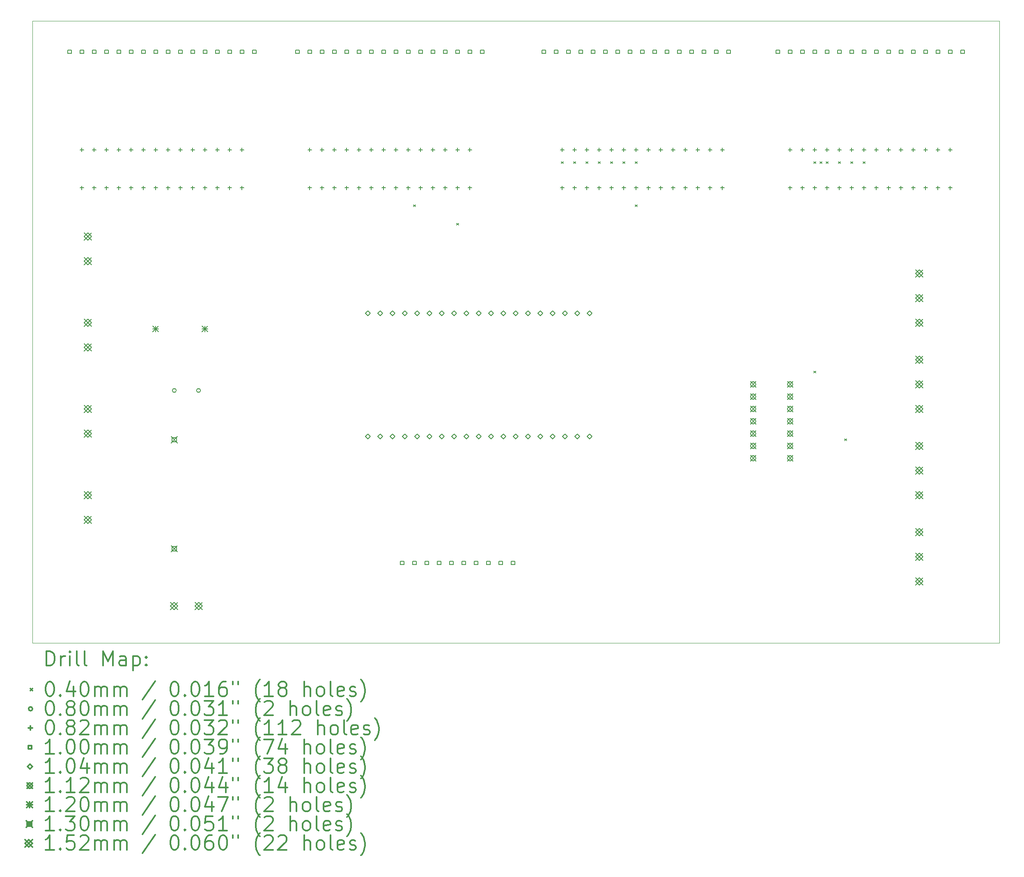
<source format=gbr>
%FSLAX45Y45*%
G04 Gerber Fmt 4.5, Leading zero omitted, Abs format (unit mm)*
G04 Created by KiCad (PCBNEW (5.1.9)-1) date 2022-04-05 19:21:59*
%MOMM*%
%LPD*%
G01*
G04 APERTURE LIST*
%TA.AperFunction,Profile*%
%ADD10C,0.050000*%
%TD*%
%ADD11C,0.200000*%
%ADD12C,0.300000*%
G04 APERTURE END LIST*
D10*
X22860000Y-2794000D02*
X2921000Y-2794000D01*
X22860000Y-15621000D02*
X22860000Y-2794000D01*
X2921000Y-15621000D02*
X22860000Y-15621000D01*
X2921000Y-2794000D02*
X2921000Y-15621000D01*
D11*
X10775000Y-6584000D02*
X10815000Y-6624000D01*
X10815000Y-6584000D02*
X10775000Y-6624000D01*
X11664000Y-6965000D02*
X11704000Y-7005000D01*
X11704000Y-6965000D02*
X11664000Y-7005000D01*
X13823000Y-5695000D02*
X13863000Y-5735000D01*
X13863000Y-5695000D02*
X13823000Y-5735000D01*
X14077000Y-5695000D02*
X14117000Y-5735000D01*
X14117000Y-5695000D02*
X14077000Y-5735000D01*
X14331000Y-5695000D02*
X14371000Y-5735000D01*
X14371000Y-5695000D02*
X14331000Y-5735000D01*
X14585000Y-5695000D02*
X14625000Y-5735000D01*
X14625000Y-5695000D02*
X14585000Y-5735000D01*
X14839000Y-5695000D02*
X14879000Y-5735000D01*
X14879000Y-5695000D02*
X14839000Y-5735000D01*
X15093000Y-5695000D02*
X15133000Y-5735000D01*
X15133000Y-5695000D02*
X15093000Y-5735000D01*
X15347000Y-5695000D02*
X15387000Y-5735000D01*
X15387000Y-5695000D02*
X15347000Y-5735000D01*
X15347000Y-6584000D02*
X15387000Y-6624000D01*
X15387000Y-6584000D02*
X15347000Y-6624000D01*
X19030000Y-5695000D02*
X19070000Y-5735000D01*
X19070000Y-5695000D02*
X19030000Y-5735000D01*
X19030000Y-10013000D02*
X19070000Y-10053000D01*
X19070000Y-10013000D02*
X19030000Y-10053000D01*
X19157000Y-5695000D02*
X19197000Y-5735000D01*
X19197000Y-5695000D02*
X19157000Y-5735000D01*
X19284000Y-5695000D02*
X19324000Y-5735000D01*
X19324000Y-5695000D02*
X19284000Y-5735000D01*
X19538000Y-5695000D02*
X19578000Y-5735000D01*
X19578000Y-5695000D02*
X19538000Y-5735000D01*
X19665000Y-11410000D02*
X19705000Y-11450000D01*
X19705000Y-11410000D02*
X19665000Y-11450000D01*
X19792000Y-5695000D02*
X19832000Y-5735000D01*
X19832000Y-5695000D02*
X19792000Y-5735000D01*
X20046000Y-5695000D02*
X20086000Y-5735000D01*
X20086000Y-5695000D02*
X20046000Y-5735000D01*
X5882000Y-10414000D02*
G75*
G03*
X5882000Y-10414000I-40000J0D01*
G01*
X6382000Y-10414000D02*
G75*
G03*
X6382000Y-10414000I-40000J0D01*
G01*
X3937000Y-5407500D02*
X3937000Y-5489500D01*
X3896000Y-5448500D02*
X3978000Y-5448500D01*
X3937000Y-6194500D02*
X3937000Y-6276500D01*
X3896000Y-6235500D02*
X3978000Y-6235500D01*
X4191000Y-5407500D02*
X4191000Y-5489500D01*
X4150000Y-5448500D02*
X4232000Y-5448500D01*
X4191000Y-6194500D02*
X4191000Y-6276500D01*
X4150000Y-6235500D02*
X4232000Y-6235500D01*
X4445000Y-5407500D02*
X4445000Y-5489500D01*
X4404000Y-5448500D02*
X4486000Y-5448500D01*
X4445000Y-6194500D02*
X4445000Y-6276500D01*
X4404000Y-6235500D02*
X4486000Y-6235500D01*
X4699000Y-5407500D02*
X4699000Y-5489500D01*
X4658000Y-5448500D02*
X4740000Y-5448500D01*
X4699000Y-6194500D02*
X4699000Y-6276500D01*
X4658000Y-6235500D02*
X4740000Y-6235500D01*
X4953000Y-5407500D02*
X4953000Y-5489500D01*
X4912000Y-5448500D02*
X4994000Y-5448500D01*
X4953000Y-6194500D02*
X4953000Y-6276500D01*
X4912000Y-6235500D02*
X4994000Y-6235500D01*
X5207000Y-5407500D02*
X5207000Y-5489500D01*
X5166000Y-5448500D02*
X5248000Y-5448500D01*
X5207000Y-6194500D02*
X5207000Y-6276500D01*
X5166000Y-6235500D02*
X5248000Y-6235500D01*
X5461000Y-5407500D02*
X5461000Y-5489500D01*
X5420000Y-5448500D02*
X5502000Y-5448500D01*
X5461000Y-6194500D02*
X5461000Y-6276500D01*
X5420000Y-6235500D02*
X5502000Y-6235500D01*
X5715000Y-5407500D02*
X5715000Y-5489500D01*
X5674000Y-5448500D02*
X5756000Y-5448500D01*
X5715000Y-6194500D02*
X5715000Y-6276500D01*
X5674000Y-6235500D02*
X5756000Y-6235500D01*
X5969000Y-5407500D02*
X5969000Y-5489500D01*
X5928000Y-5448500D02*
X6010000Y-5448500D01*
X5969000Y-6194500D02*
X5969000Y-6276500D01*
X5928000Y-6235500D02*
X6010000Y-6235500D01*
X6223000Y-5407500D02*
X6223000Y-5489500D01*
X6182000Y-5448500D02*
X6264000Y-5448500D01*
X6223000Y-6194500D02*
X6223000Y-6276500D01*
X6182000Y-6235500D02*
X6264000Y-6235500D01*
X6477000Y-5407500D02*
X6477000Y-5489500D01*
X6436000Y-5448500D02*
X6518000Y-5448500D01*
X6477000Y-6194500D02*
X6477000Y-6276500D01*
X6436000Y-6235500D02*
X6518000Y-6235500D01*
X6731000Y-5407500D02*
X6731000Y-5489500D01*
X6690000Y-5448500D02*
X6772000Y-5448500D01*
X6731000Y-6194500D02*
X6731000Y-6276500D01*
X6690000Y-6235500D02*
X6772000Y-6235500D01*
X6985000Y-5407500D02*
X6985000Y-5489500D01*
X6944000Y-5448500D02*
X7026000Y-5448500D01*
X6985000Y-6194500D02*
X6985000Y-6276500D01*
X6944000Y-6235500D02*
X7026000Y-6235500D01*
X7239000Y-5407500D02*
X7239000Y-5489500D01*
X7198000Y-5448500D02*
X7280000Y-5448500D01*
X7239000Y-6194500D02*
X7239000Y-6276500D01*
X7198000Y-6235500D02*
X7280000Y-6235500D01*
X8636000Y-5407500D02*
X8636000Y-5489500D01*
X8595000Y-5448500D02*
X8677000Y-5448500D01*
X8636000Y-6194500D02*
X8636000Y-6276500D01*
X8595000Y-6235500D02*
X8677000Y-6235500D01*
X8890000Y-5407500D02*
X8890000Y-5489500D01*
X8849000Y-5448500D02*
X8931000Y-5448500D01*
X8890000Y-6194500D02*
X8890000Y-6276500D01*
X8849000Y-6235500D02*
X8931000Y-6235500D01*
X9144000Y-5407500D02*
X9144000Y-5489500D01*
X9103000Y-5448500D02*
X9185000Y-5448500D01*
X9144000Y-6194500D02*
X9144000Y-6276500D01*
X9103000Y-6235500D02*
X9185000Y-6235500D01*
X9398000Y-5407500D02*
X9398000Y-5489500D01*
X9357000Y-5448500D02*
X9439000Y-5448500D01*
X9398000Y-6194500D02*
X9398000Y-6276500D01*
X9357000Y-6235500D02*
X9439000Y-6235500D01*
X9652000Y-5407500D02*
X9652000Y-5489500D01*
X9611000Y-5448500D02*
X9693000Y-5448500D01*
X9652000Y-6194500D02*
X9652000Y-6276500D01*
X9611000Y-6235500D02*
X9693000Y-6235500D01*
X9906000Y-5407500D02*
X9906000Y-5489500D01*
X9865000Y-5448500D02*
X9947000Y-5448500D01*
X9906000Y-6194500D02*
X9906000Y-6276500D01*
X9865000Y-6235500D02*
X9947000Y-6235500D01*
X10160000Y-5407500D02*
X10160000Y-5489500D01*
X10119000Y-5448500D02*
X10201000Y-5448500D01*
X10160000Y-6194500D02*
X10160000Y-6276500D01*
X10119000Y-6235500D02*
X10201000Y-6235500D01*
X10414000Y-5407500D02*
X10414000Y-5489500D01*
X10373000Y-5448500D02*
X10455000Y-5448500D01*
X10414000Y-6194500D02*
X10414000Y-6276500D01*
X10373000Y-6235500D02*
X10455000Y-6235500D01*
X10668000Y-5407500D02*
X10668000Y-5489500D01*
X10627000Y-5448500D02*
X10709000Y-5448500D01*
X10668000Y-6194500D02*
X10668000Y-6276500D01*
X10627000Y-6235500D02*
X10709000Y-6235500D01*
X10922000Y-5407500D02*
X10922000Y-5489500D01*
X10881000Y-5448500D02*
X10963000Y-5448500D01*
X10922000Y-6194500D02*
X10922000Y-6276500D01*
X10881000Y-6235500D02*
X10963000Y-6235500D01*
X11176000Y-5407500D02*
X11176000Y-5489500D01*
X11135000Y-5448500D02*
X11217000Y-5448500D01*
X11176000Y-6194500D02*
X11176000Y-6276500D01*
X11135000Y-6235500D02*
X11217000Y-6235500D01*
X11430000Y-5407500D02*
X11430000Y-5489500D01*
X11389000Y-5448500D02*
X11471000Y-5448500D01*
X11430000Y-6194500D02*
X11430000Y-6276500D01*
X11389000Y-6235500D02*
X11471000Y-6235500D01*
X11684000Y-5407500D02*
X11684000Y-5489500D01*
X11643000Y-5448500D02*
X11725000Y-5448500D01*
X11684000Y-6194500D02*
X11684000Y-6276500D01*
X11643000Y-6235500D02*
X11725000Y-6235500D01*
X11938000Y-5407500D02*
X11938000Y-5489500D01*
X11897000Y-5448500D02*
X11979000Y-5448500D01*
X11938000Y-6194500D02*
X11938000Y-6276500D01*
X11897000Y-6235500D02*
X11979000Y-6235500D01*
X13843000Y-5407500D02*
X13843000Y-5489500D01*
X13802000Y-5448500D02*
X13884000Y-5448500D01*
X13843000Y-6194500D02*
X13843000Y-6276500D01*
X13802000Y-6235500D02*
X13884000Y-6235500D01*
X14097000Y-5407500D02*
X14097000Y-5489500D01*
X14056000Y-5448500D02*
X14138000Y-5448500D01*
X14097000Y-6194500D02*
X14097000Y-6276500D01*
X14056000Y-6235500D02*
X14138000Y-6235500D01*
X14351000Y-5407500D02*
X14351000Y-5489500D01*
X14310000Y-5448500D02*
X14392000Y-5448500D01*
X14351000Y-6194500D02*
X14351000Y-6276500D01*
X14310000Y-6235500D02*
X14392000Y-6235500D01*
X14605000Y-5407500D02*
X14605000Y-5489500D01*
X14564000Y-5448500D02*
X14646000Y-5448500D01*
X14605000Y-6194500D02*
X14605000Y-6276500D01*
X14564000Y-6235500D02*
X14646000Y-6235500D01*
X14859000Y-5407500D02*
X14859000Y-5489500D01*
X14818000Y-5448500D02*
X14900000Y-5448500D01*
X14859000Y-6194500D02*
X14859000Y-6276500D01*
X14818000Y-6235500D02*
X14900000Y-6235500D01*
X15113000Y-5407500D02*
X15113000Y-5489500D01*
X15072000Y-5448500D02*
X15154000Y-5448500D01*
X15113000Y-6194500D02*
X15113000Y-6276500D01*
X15072000Y-6235500D02*
X15154000Y-6235500D01*
X15367000Y-5407500D02*
X15367000Y-5489500D01*
X15326000Y-5448500D02*
X15408000Y-5448500D01*
X15367000Y-6194500D02*
X15367000Y-6276500D01*
X15326000Y-6235500D02*
X15408000Y-6235500D01*
X15621000Y-5407500D02*
X15621000Y-5489500D01*
X15580000Y-5448500D02*
X15662000Y-5448500D01*
X15621000Y-6194500D02*
X15621000Y-6276500D01*
X15580000Y-6235500D02*
X15662000Y-6235500D01*
X15875000Y-5407500D02*
X15875000Y-5489500D01*
X15834000Y-5448500D02*
X15916000Y-5448500D01*
X15875000Y-6194500D02*
X15875000Y-6276500D01*
X15834000Y-6235500D02*
X15916000Y-6235500D01*
X16129000Y-5407500D02*
X16129000Y-5489500D01*
X16088000Y-5448500D02*
X16170000Y-5448500D01*
X16129000Y-6194500D02*
X16129000Y-6276500D01*
X16088000Y-6235500D02*
X16170000Y-6235500D01*
X16383000Y-5407500D02*
X16383000Y-5489500D01*
X16342000Y-5448500D02*
X16424000Y-5448500D01*
X16383000Y-6194500D02*
X16383000Y-6276500D01*
X16342000Y-6235500D02*
X16424000Y-6235500D01*
X16637000Y-5407500D02*
X16637000Y-5489500D01*
X16596000Y-5448500D02*
X16678000Y-5448500D01*
X16637000Y-6194500D02*
X16637000Y-6276500D01*
X16596000Y-6235500D02*
X16678000Y-6235500D01*
X16891000Y-5407500D02*
X16891000Y-5489500D01*
X16850000Y-5448500D02*
X16932000Y-5448500D01*
X16891000Y-6194500D02*
X16891000Y-6276500D01*
X16850000Y-6235500D02*
X16932000Y-6235500D01*
X17145000Y-5407500D02*
X17145000Y-5489500D01*
X17104000Y-5448500D02*
X17186000Y-5448500D01*
X17145000Y-6194500D02*
X17145000Y-6276500D01*
X17104000Y-6235500D02*
X17186000Y-6235500D01*
X18542000Y-5407500D02*
X18542000Y-5489500D01*
X18501000Y-5448500D02*
X18583000Y-5448500D01*
X18542000Y-6194500D02*
X18542000Y-6276500D01*
X18501000Y-6235500D02*
X18583000Y-6235500D01*
X18796000Y-5407500D02*
X18796000Y-5489500D01*
X18755000Y-5448500D02*
X18837000Y-5448500D01*
X18796000Y-6194500D02*
X18796000Y-6276500D01*
X18755000Y-6235500D02*
X18837000Y-6235500D01*
X19050000Y-5407500D02*
X19050000Y-5489500D01*
X19009000Y-5448500D02*
X19091000Y-5448500D01*
X19050000Y-6194500D02*
X19050000Y-6276500D01*
X19009000Y-6235500D02*
X19091000Y-6235500D01*
X19304000Y-5407500D02*
X19304000Y-5489500D01*
X19263000Y-5448500D02*
X19345000Y-5448500D01*
X19304000Y-6194500D02*
X19304000Y-6276500D01*
X19263000Y-6235500D02*
X19345000Y-6235500D01*
X19558000Y-5407500D02*
X19558000Y-5489500D01*
X19517000Y-5448500D02*
X19599000Y-5448500D01*
X19558000Y-6194500D02*
X19558000Y-6276500D01*
X19517000Y-6235500D02*
X19599000Y-6235500D01*
X19812000Y-5407500D02*
X19812000Y-5489500D01*
X19771000Y-5448500D02*
X19853000Y-5448500D01*
X19812000Y-6194500D02*
X19812000Y-6276500D01*
X19771000Y-6235500D02*
X19853000Y-6235500D01*
X20066000Y-5407500D02*
X20066000Y-5489500D01*
X20025000Y-5448500D02*
X20107000Y-5448500D01*
X20066000Y-6194500D02*
X20066000Y-6276500D01*
X20025000Y-6235500D02*
X20107000Y-6235500D01*
X20320000Y-5407500D02*
X20320000Y-5489500D01*
X20279000Y-5448500D02*
X20361000Y-5448500D01*
X20320000Y-6194500D02*
X20320000Y-6276500D01*
X20279000Y-6235500D02*
X20361000Y-6235500D01*
X20574000Y-5407500D02*
X20574000Y-5489500D01*
X20533000Y-5448500D02*
X20615000Y-5448500D01*
X20574000Y-6194500D02*
X20574000Y-6276500D01*
X20533000Y-6235500D02*
X20615000Y-6235500D01*
X20828000Y-5407500D02*
X20828000Y-5489500D01*
X20787000Y-5448500D02*
X20869000Y-5448500D01*
X20828000Y-6194500D02*
X20828000Y-6276500D01*
X20787000Y-6235500D02*
X20869000Y-6235500D01*
X21082000Y-5407500D02*
X21082000Y-5489500D01*
X21041000Y-5448500D02*
X21123000Y-5448500D01*
X21082000Y-6194500D02*
X21082000Y-6276500D01*
X21041000Y-6235500D02*
X21123000Y-6235500D01*
X21336000Y-5407500D02*
X21336000Y-5489500D01*
X21295000Y-5448500D02*
X21377000Y-5448500D01*
X21336000Y-6194500D02*
X21336000Y-6276500D01*
X21295000Y-6235500D02*
X21377000Y-6235500D01*
X21590000Y-5407500D02*
X21590000Y-5489500D01*
X21549000Y-5448500D02*
X21631000Y-5448500D01*
X21590000Y-6194500D02*
X21590000Y-6276500D01*
X21549000Y-6235500D02*
X21631000Y-6235500D01*
X21844000Y-5407500D02*
X21844000Y-5489500D01*
X21803000Y-5448500D02*
X21885000Y-5448500D01*
X21844000Y-6194500D02*
X21844000Y-6276500D01*
X21803000Y-6235500D02*
X21885000Y-6235500D01*
X3718356Y-3464356D02*
X3718356Y-3393644D01*
X3647644Y-3393644D01*
X3647644Y-3464356D01*
X3718356Y-3464356D01*
X3972356Y-3464356D02*
X3972356Y-3393644D01*
X3901644Y-3393644D01*
X3901644Y-3464356D01*
X3972356Y-3464356D01*
X4226356Y-3464356D02*
X4226356Y-3393644D01*
X4155644Y-3393644D01*
X4155644Y-3464356D01*
X4226356Y-3464356D01*
X4480356Y-3464356D02*
X4480356Y-3393644D01*
X4409644Y-3393644D01*
X4409644Y-3464356D01*
X4480356Y-3464356D01*
X4734356Y-3464356D02*
X4734356Y-3393644D01*
X4663644Y-3393644D01*
X4663644Y-3464356D01*
X4734356Y-3464356D01*
X4988356Y-3464356D02*
X4988356Y-3393644D01*
X4917644Y-3393644D01*
X4917644Y-3464356D01*
X4988356Y-3464356D01*
X5242356Y-3464356D02*
X5242356Y-3393644D01*
X5171644Y-3393644D01*
X5171644Y-3464356D01*
X5242356Y-3464356D01*
X5496356Y-3464356D02*
X5496356Y-3393644D01*
X5425644Y-3393644D01*
X5425644Y-3464356D01*
X5496356Y-3464356D01*
X5750356Y-3464356D02*
X5750356Y-3393644D01*
X5679644Y-3393644D01*
X5679644Y-3464356D01*
X5750356Y-3464356D01*
X6004356Y-3464356D02*
X6004356Y-3393644D01*
X5933644Y-3393644D01*
X5933644Y-3464356D01*
X6004356Y-3464356D01*
X6258356Y-3464356D02*
X6258356Y-3393644D01*
X6187644Y-3393644D01*
X6187644Y-3464356D01*
X6258356Y-3464356D01*
X6512356Y-3464356D02*
X6512356Y-3393644D01*
X6441644Y-3393644D01*
X6441644Y-3464356D01*
X6512356Y-3464356D01*
X6766356Y-3464356D02*
X6766356Y-3393644D01*
X6695644Y-3393644D01*
X6695644Y-3464356D01*
X6766356Y-3464356D01*
X7020356Y-3464356D02*
X7020356Y-3393644D01*
X6949644Y-3393644D01*
X6949644Y-3464356D01*
X7020356Y-3464356D01*
X7274356Y-3464356D02*
X7274356Y-3393644D01*
X7203644Y-3393644D01*
X7203644Y-3464356D01*
X7274356Y-3464356D01*
X7528356Y-3464356D02*
X7528356Y-3393644D01*
X7457644Y-3393644D01*
X7457644Y-3464356D01*
X7528356Y-3464356D01*
X8417356Y-3464356D02*
X8417356Y-3393644D01*
X8346644Y-3393644D01*
X8346644Y-3464356D01*
X8417356Y-3464356D01*
X8671356Y-3464356D02*
X8671356Y-3393644D01*
X8600644Y-3393644D01*
X8600644Y-3464356D01*
X8671356Y-3464356D01*
X8925356Y-3464356D02*
X8925356Y-3393644D01*
X8854644Y-3393644D01*
X8854644Y-3464356D01*
X8925356Y-3464356D01*
X9179356Y-3464356D02*
X9179356Y-3393644D01*
X9108644Y-3393644D01*
X9108644Y-3464356D01*
X9179356Y-3464356D01*
X9433356Y-3464356D02*
X9433356Y-3393644D01*
X9362644Y-3393644D01*
X9362644Y-3464356D01*
X9433356Y-3464356D01*
X9687356Y-3464356D02*
X9687356Y-3393644D01*
X9616644Y-3393644D01*
X9616644Y-3464356D01*
X9687356Y-3464356D01*
X9941356Y-3464356D02*
X9941356Y-3393644D01*
X9870644Y-3393644D01*
X9870644Y-3464356D01*
X9941356Y-3464356D01*
X10195356Y-3464356D02*
X10195356Y-3393644D01*
X10124644Y-3393644D01*
X10124644Y-3464356D01*
X10195356Y-3464356D01*
X10449356Y-3464356D02*
X10449356Y-3393644D01*
X10378644Y-3393644D01*
X10378644Y-3464356D01*
X10449356Y-3464356D01*
X10576356Y-14005356D02*
X10576356Y-13934644D01*
X10505644Y-13934644D01*
X10505644Y-14005356D01*
X10576356Y-14005356D01*
X10703356Y-3464356D02*
X10703356Y-3393644D01*
X10632644Y-3393644D01*
X10632644Y-3464356D01*
X10703356Y-3464356D01*
X10830356Y-14005356D02*
X10830356Y-13934644D01*
X10759644Y-13934644D01*
X10759644Y-14005356D01*
X10830356Y-14005356D01*
X10957356Y-3464356D02*
X10957356Y-3393644D01*
X10886644Y-3393644D01*
X10886644Y-3464356D01*
X10957356Y-3464356D01*
X11084356Y-14005356D02*
X11084356Y-13934644D01*
X11013644Y-13934644D01*
X11013644Y-14005356D01*
X11084356Y-14005356D01*
X11211356Y-3464356D02*
X11211356Y-3393644D01*
X11140644Y-3393644D01*
X11140644Y-3464356D01*
X11211356Y-3464356D01*
X11338356Y-14005356D02*
X11338356Y-13934644D01*
X11267644Y-13934644D01*
X11267644Y-14005356D01*
X11338356Y-14005356D01*
X11465356Y-3464356D02*
X11465356Y-3393644D01*
X11394644Y-3393644D01*
X11394644Y-3464356D01*
X11465356Y-3464356D01*
X11592356Y-14005356D02*
X11592356Y-13934644D01*
X11521644Y-13934644D01*
X11521644Y-14005356D01*
X11592356Y-14005356D01*
X11719356Y-3464356D02*
X11719356Y-3393644D01*
X11648644Y-3393644D01*
X11648644Y-3464356D01*
X11719356Y-3464356D01*
X11846356Y-14005356D02*
X11846356Y-13934644D01*
X11775644Y-13934644D01*
X11775644Y-14005356D01*
X11846356Y-14005356D01*
X11973356Y-3464356D02*
X11973356Y-3393644D01*
X11902644Y-3393644D01*
X11902644Y-3464356D01*
X11973356Y-3464356D01*
X12100356Y-14005356D02*
X12100356Y-13934644D01*
X12029644Y-13934644D01*
X12029644Y-14005356D01*
X12100356Y-14005356D01*
X12227356Y-3464356D02*
X12227356Y-3393644D01*
X12156644Y-3393644D01*
X12156644Y-3464356D01*
X12227356Y-3464356D01*
X12354356Y-14005356D02*
X12354356Y-13934644D01*
X12283644Y-13934644D01*
X12283644Y-14005356D01*
X12354356Y-14005356D01*
X12608356Y-14005356D02*
X12608356Y-13934644D01*
X12537644Y-13934644D01*
X12537644Y-14005356D01*
X12608356Y-14005356D01*
X12862356Y-14005356D02*
X12862356Y-13934644D01*
X12791644Y-13934644D01*
X12791644Y-14005356D01*
X12862356Y-14005356D01*
X13497356Y-3464356D02*
X13497356Y-3393644D01*
X13426644Y-3393644D01*
X13426644Y-3464356D01*
X13497356Y-3464356D01*
X13751356Y-3464356D02*
X13751356Y-3393644D01*
X13680644Y-3393644D01*
X13680644Y-3464356D01*
X13751356Y-3464356D01*
X14005356Y-3464356D02*
X14005356Y-3393644D01*
X13934644Y-3393644D01*
X13934644Y-3464356D01*
X14005356Y-3464356D01*
X14259356Y-3464356D02*
X14259356Y-3393644D01*
X14188644Y-3393644D01*
X14188644Y-3464356D01*
X14259356Y-3464356D01*
X14513356Y-3464356D02*
X14513356Y-3393644D01*
X14442644Y-3393644D01*
X14442644Y-3464356D01*
X14513356Y-3464356D01*
X14767356Y-3464356D02*
X14767356Y-3393644D01*
X14696644Y-3393644D01*
X14696644Y-3464356D01*
X14767356Y-3464356D01*
X15021356Y-3464356D02*
X15021356Y-3393644D01*
X14950644Y-3393644D01*
X14950644Y-3464356D01*
X15021356Y-3464356D01*
X15275356Y-3464356D02*
X15275356Y-3393644D01*
X15204644Y-3393644D01*
X15204644Y-3464356D01*
X15275356Y-3464356D01*
X15529356Y-3464356D02*
X15529356Y-3393644D01*
X15458644Y-3393644D01*
X15458644Y-3464356D01*
X15529356Y-3464356D01*
X15783356Y-3464356D02*
X15783356Y-3393644D01*
X15712644Y-3393644D01*
X15712644Y-3464356D01*
X15783356Y-3464356D01*
X16037356Y-3464356D02*
X16037356Y-3393644D01*
X15966644Y-3393644D01*
X15966644Y-3464356D01*
X16037356Y-3464356D01*
X16291356Y-3464356D02*
X16291356Y-3393644D01*
X16220644Y-3393644D01*
X16220644Y-3464356D01*
X16291356Y-3464356D01*
X16545356Y-3464356D02*
X16545356Y-3393644D01*
X16474644Y-3393644D01*
X16474644Y-3464356D01*
X16545356Y-3464356D01*
X16799356Y-3464356D02*
X16799356Y-3393644D01*
X16728644Y-3393644D01*
X16728644Y-3464356D01*
X16799356Y-3464356D01*
X17053356Y-3464356D02*
X17053356Y-3393644D01*
X16982644Y-3393644D01*
X16982644Y-3464356D01*
X17053356Y-3464356D01*
X17307356Y-3464356D02*
X17307356Y-3393644D01*
X17236644Y-3393644D01*
X17236644Y-3464356D01*
X17307356Y-3464356D01*
X18323356Y-3464356D02*
X18323356Y-3393644D01*
X18252644Y-3393644D01*
X18252644Y-3464356D01*
X18323356Y-3464356D01*
X18577356Y-3464356D02*
X18577356Y-3393644D01*
X18506644Y-3393644D01*
X18506644Y-3464356D01*
X18577356Y-3464356D01*
X18831356Y-3464356D02*
X18831356Y-3393644D01*
X18760644Y-3393644D01*
X18760644Y-3464356D01*
X18831356Y-3464356D01*
X19085356Y-3464356D02*
X19085356Y-3393644D01*
X19014644Y-3393644D01*
X19014644Y-3464356D01*
X19085356Y-3464356D01*
X19339356Y-3464356D02*
X19339356Y-3393644D01*
X19268644Y-3393644D01*
X19268644Y-3464356D01*
X19339356Y-3464356D01*
X19593356Y-3464356D02*
X19593356Y-3393644D01*
X19522644Y-3393644D01*
X19522644Y-3464356D01*
X19593356Y-3464356D01*
X19847356Y-3464356D02*
X19847356Y-3393644D01*
X19776644Y-3393644D01*
X19776644Y-3464356D01*
X19847356Y-3464356D01*
X20101356Y-3464356D02*
X20101356Y-3393644D01*
X20030644Y-3393644D01*
X20030644Y-3464356D01*
X20101356Y-3464356D01*
X20355356Y-3464356D02*
X20355356Y-3393644D01*
X20284644Y-3393644D01*
X20284644Y-3464356D01*
X20355356Y-3464356D01*
X20609356Y-3464356D02*
X20609356Y-3393644D01*
X20538644Y-3393644D01*
X20538644Y-3464356D01*
X20609356Y-3464356D01*
X20863356Y-3464356D02*
X20863356Y-3393644D01*
X20792644Y-3393644D01*
X20792644Y-3464356D01*
X20863356Y-3464356D01*
X21117356Y-3464356D02*
X21117356Y-3393644D01*
X21046644Y-3393644D01*
X21046644Y-3464356D01*
X21117356Y-3464356D01*
X21371356Y-3464356D02*
X21371356Y-3393644D01*
X21300644Y-3393644D01*
X21300644Y-3464356D01*
X21371356Y-3464356D01*
X21625356Y-3464356D02*
X21625356Y-3393644D01*
X21554644Y-3393644D01*
X21554644Y-3464356D01*
X21625356Y-3464356D01*
X21879356Y-3464356D02*
X21879356Y-3393644D01*
X21808644Y-3393644D01*
X21808644Y-3464356D01*
X21879356Y-3464356D01*
X22133356Y-3464356D02*
X22133356Y-3393644D01*
X22062644Y-3393644D01*
X22062644Y-3464356D01*
X22133356Y-3464356D01*
X9835000Y-8872500D02*
X9887000Y-8820500D01*
X9835000Y-8768500D01*
X9783000Y-8820500D01*
X9835000Y-8872500D01*
X9835000Y-11412500D02*
X9887000Y-11360500D01*
X9835000Y-11308500D01*
X9783000Y-11360500D01*
X9835000Y-11412500D01*
X10089000Y-8872500D02*
X10141000Y-8820500D01*
X10089000Y-8768500D01*
X10037000Y-8820500D01*
X10089000Y-8872500D01*
X10089000Y-11412500D02*
X10141000Y-11360500D01*
X10089000Y-11308500D01*
X10037000Y-11360500D01*
X10089000Y-11412500D01*
X10343000Y-8872500D02*
X10395000Y-8820500D01*
X10343000Y-8768500D01*
X10291000Y-8820500D01*
X10343000Y-8872500D01*
X10343000Y-11412500D02*
X10395000Y-11360500D01*
X10343000Y-11308500D01*
X10291000Y-11360500D01*
X10343000Y-11412500D01*
X10597000Y-8872500D02*
X10649000Y-8820500D01*
X10597000Y-8768500D01*
X10545000Y-8820500D01*
X10597000Y-8872500D01*
X10597000Y-11412500D02*
X10649000Y-11360500D01*
X10597000Y-11308500D01*
X10545000Y-11360500D01*
X10597000Y-11412500D01*
X10851000Y-8872500D02*
X10903000Y-8820500D01*
X10851000Y-8768500D01*
X10799000Y-8820500D01*
X10851000Y-8872500D01*
X10851000Y-11412500D02*
X10903000Y-11360500D01*
X10851000Y-11308500D01*
X10799000Y-11360500D01*
X10851000Y-11412500D01*
X11105000Y-8872500D02*
X11157000Y-8820500D01*
X11105000Y-8768500D01*
X11053000Y-8820500D01*
X11105000Y-8872500D01*
X11105000Y-11412500D02*
X11157000Y-11360500D01*
X11105000Y-11308500D01*
X11053000Y-11360500D01*
X11105000Y-11412500D01*
X11359000Y-8872500D02*
X11411000Y-8820500D01*
X11359000Y-8768500D01*
X11307000Y-8820500D01*
X11359000Y-8872500D01*
X11359000Y-11412500D02*
X11411000Y-11360500D01*
X11359000Y-11308500D01*
X11307000Y-11360500D01*
X11359000Y-11412500D01*
X11613000Y-8872500D02*
X11665000Y-8820500D01*
X11613000Y-8768500D01*
X11561000Y-8820500D01*
X11613000Y-8872500D01*
X11613000Y-11412500D02*
X11665000Y-11360500D01*
X11613000Y-11308500D01*
X11561000Y-11360500D01*
X11613000Y-11412500D01*
X11867000Y-8872500D02*
X11919000Y-8820500D01*
X11867000Y-8768500D01*
X11815000Y-8820500D01*
X11867000Y-8872500D01*
X11867000Y-11412500D02*
X11919000Y-11360500D01*
X11867000Y-11308500D01*
X11815000Y-11360500D01*
X11867000Y-11412500D01*
X12121000Y-8872500D02*
X12173000Y-8820500D01*
X12121000Y-8768500D01*
X12069000Y-8820500D01*
X12121000Y-8872500D01*
X12121000Y-11412500D02*
X12173000Y-11360500D01*
X12121000Y-11308500D01*
X12069000Y-11360500D01*
X12121000Y-11412500D01*
X12375000Y-8872500D02*
X12427000Y-8820500D01*
X12375000Y-8768500D01*
X12323000Y-8820500D01*
X12375000Y-8872500D01*
X12375000Y-11412500D02*
X12427000Y-11360500D01*
X12375000Y-11308500D01*
X12323000Y-11360500D01*
X12375000Y-11412500D01*
X12629000Y-8872500D02*
X12681000Y-8820500D01*
X12629000Y-8768500D01*
X12577000Y-8820500D01*
X12629000Y-8872500D01*
X12629000Y-11412500D02*
X12681000Y-11360500D01*
X12629000Y-11308500D01*
X12577000Y-11360500D01*
X12629000Y-11412500D01*
X12883000Y-8872500D02*
X12935000Y-8820500D01*
X12883000Y-8768500D01*
X12831000Y-8820500D01*
X12883000Y-8872500D01*
X12883000Y-11412500D02*
X12935000Y-11360500D01*
X12883000Y-11308500D01*
X12831000Y-11360500D01*
X12883000Y-11412500D01*
X13137000Y-8872500D02*
X13189000Y-8820500D01*
X13137000Y-8768500D01*
X13085000Y-8820500D01*
X13137000Y-8872500D01*
X13137000Y-11412500D02*
X13189000Y-11360500D01*
X13137000Y-11308500D01*
X13085000Y-11360500D01*
X13137000Y-11412500D01*
X13391000Y-8872500D02*
X13443000Y-8820500D01*
X13391000Y-8768500D01*
X13339000Y-8820500D01*
X13391000Y-8872500D01*
X13391000Y-11412500D02*
X13443000Y-11360500D01*
X13391000Y-11308500D01*
X13339000Y-11360500D01*
X13391000Y-11412500D01*
X13645000Y-8872500D02*
X13697000Y-8820500D01*
X13645000Y-8768500D01*
X13593000Y-8820500D01*
X13645000Y-8872500D01*
X13645000Y-11412500D02*
X13697000Y-11360500D01*
X13645000Y-11308500D01*
X13593000Y-11360500D01*
X13645000Y-11412500D01*
X13899000Y-8872500D02*
X13951000Y-8820500D01*
X13899000Y-8768500D01*
X13847000Y-8820500D01*
X13899000Y-8872500D01*
X13899000Y-11412500D02*
X13951000Y-11360500D01*
X13899000Y-11308500D01*
X13847000Y-11360500D01*
X13899000Y-11412500D01*
X14153000Y-8872500D02*
X14205000Y-8820500D01*
X14153000Y-8768500D01*
X14101000Y-8820500D01*
X14153000Y-8872500D01*
X14153000Y-11412500D02*
X14205000Y-11360500D01*
X14153000Y-11308500D01*
X14101000Y-11360500D01*
X14153000Y-11412500D01*
X14407000Y-8872500D02*
X14459000Y-8820500D01*
X14407000Y-8768500D01*
X14355000Y-8820500D01*
X14407000Y-8872500D01*
X14407000Y-11412500D02*
X14459000Y-11360500D01*
X14407000Y-11308500D01*
X14355000Y-11360500D01*
X14407000Y-11412500D01*
X17724120Y-10231120D02*
X17835880Y-10342880D01*
X17835880Y-10231120D02*
X17724120Y-10342880D01*
X17835880Y-10287000D02*
G75*
G03*
X17835880Y-10287000I-55880J0D01*
G01*
X17724120Y-10485120D02*
X17835880Y-10596880D01*
X17835880Y-10485120D02*
X17724120Y-10596880D01*
X17835880Y-10541000D02*
G75*
G03*
X17835880Y-10541000I-55880J0D01*
G01*
X17724120Y-10739120D02*
X17835880Y-10850880D01*
X17835880Y-10739120D02*
X17724120Y-10850880D01*
X17835880Y-10795000D02*
G75*
G03*
X17835880Y-10795000I-55880J0D01*
G01*
X17724120Y-10993120D02*
X17835880Y-11104880D01*
X17835880Y-10993120D02*
X17724120Y-11104880D01*
X17835880Y-11049000D02*
G75*
G03*
X17835880Y-11049000I-55880J0D01*
G01*
X17724120Y-11247120D02*
X17835880Y-11358880D01*
X17835880Y-11247120D02*
X17724120Y-11358880D01*
X17835880Y-11303000D02*
G75*
G03*
X17835880Y-11303000I-55880J0D01*
G01*
X17724120Y-11501120D02*
X17835880Y-11612880D01*
X17835880Y-11501120D02*
X17724120Y-11612880D01*
X17835880Y-11557000D02*
G75*
G03*
X17835880Y-11557000I-55880J0D01*
G01*
X17724120Y-11755120D02*
X17835880Y-11866880D01*
X17835880Y-11755120D02*
X17724120Y-11866880D01*
X17835880Y-11811000D02*
G75*
G03*
X17835880Y-11811000I-55880J0D01*
G01*
X18486120Y-10231120D02*
X18597880Y-10342880D01*
X18597880Y-10231120D02*
X18486120Y-10342880D01*
X18597880Y-10287000D02*
G75*
G03*
X18597880Y-10287000I-55880J0D01*
G01*
X18486120Y-10485120D02*
X18597880Y-10596880D01*
X18597880Y-10485120D02*
X18486120Y-10596880D01*
X18597880Y-10541000D02*
G75*
G03*
X18597880Y-10541000I-55880J0D01*
G01*
X18486120Y-10739120D02*
X18597880Y-10850880D01*
X18597880Y-10739120D02*
X18486120Y-10850880D01*
X18597880Y-10795000D02*
G75*
G03*
X18597880Y-10795000I-55880J0D01*
G01*
X18486120Y-10993120D02*
X18597880Y-11104880D01*
X18597880Y-10993120D02*
X18486120Y-11104880D01*
X18597880Y-11049000D02*
G75*
G03*
X18597880Y-11049000I-55880J0D01*
G01*
X18486120Y-11247120D02*
X18597880Y-11358880D01*
X18597880Y-11247120D02*
X18486120Y-11358880D01*
X18597880Y-11303000D02*
G75*
G03*
X18597880Y-11303000I-55880J0D01*
G01*
X18486120Y-11501120D02*
X18597880Y-11612880D01*
X18597880Y-11501120D02*
X18486120Y-11612880D01*
X18597880Y-11557000D02*
G75*
G03*
X18597880Y-11557000I-55880J0D01*
G01*
X18486120Y-11755120D02*
X18597880Y-11866880D01*
X18597880Y-11755120D02*
X18486120Y-11866880D01*
X18597880Y-11811000D02*
G75*
G03*
X18597880Y-11811000I-55880J0D01*
G01*
X5401000Y-9084000D02*
X5521000Y-9204000D01*
X5521000Y-9084000D02*
X5401000Y-9204000D01*
X5461000Y-9084000D02*
X5461000Y-9204000D01*
X5401000Y-9144000D02*
X5521000Y-9144000D01*
X6417000Y-9084000D02*
X6537000Y-9204000D01*
X6537000Y-9084000D02*
X6417000Y-9204000D01*
X6477000Y-9084000D02*
X6477000Y-9204000D01*
X6417000Y-9144000D02*
X6537000Y-9144000D01*
X5777000Y-11365000D02*
X5907000Y-11495000D01*
X5907000Y-11365000D02*
X5777000Y-11495000D01*
X5887962Y-11475962D02*
X5887962Y-11384038D01*
X5796038Y-11384038D01*
X5796038Y-11475962D01*
X5887962Y-11475962D01*
X5777000Y-13615000D02*
X5907000Y-13745000D01*
X5907000Y-13615000D02*
X5777000Y-13745000D01*
X5887962Y-13725962D02*
X5887962Y-13634038D01*
X5796038Y-13634038D01*
X5796038Y-13725962D01*
X5887962Y-13725962D01*
X3988000Y-7163000D02*
X4140000Y-7315000D01*
X4140000Y-7163000D02*
X3988000Y-7315000D01*
X4064000Y-7315000D02*
X4140000Y-7239000D01*
X4064000Y-7163000D01*
X3988000Y-7239000D01*
X4064000Y-7315000D01*
X3988000Y-7671000D02*
X4140000Y-7823000D01*
X4140000Y-7671000D02*
X3988000Y-7823000D01*
X4064000Y-7823000D02*
X4140000Y-7747000D01*
X4064000Y-7671000D01*
X3988000Y-7747000D01*
X4064000Y-7823000D01*
X3988000Y-8941000D02*
X4140000Y-9093000D01*
X4140000Y-8941000D02*
X3988000Y-9093000D01*
X4064000Y-9093000D02*
X4140000Y-9017000D01*
X4064000Y-8941000D01*
X3988000Y-9017000D01*
X4064000Y-9093000D01*
X3988000Y-9449000D02*
X4140000Y-9601000D01*
X4140000Y-9449000D02*
X3988000Y-9601000D01*
X4064000Y-9601000D02*
X4140000Y-9525000D01*
X4064000Y-9449000D01*
X3988000Y-9525000D01*
X4064000Y-9601000D01*
X3988000Y-10719000D02*
X4140000Y-10871000D01*
X4140000Y-10719000D02*
X3988000Y-10871000D01*
X4064000Y-10871000D02*
X4140000Y-10795000D01*
X4064000Y-10719000D01*
X3988000Y-10795000D01*
X4064000Y-10871000D01*
X3988000Y-11227000D02*
X4140000Y-11379000D01*
X4140000Y-11227000D02*
X3988000Y-11379000D01*
X4064000Y-11379000D02*
X4140000Y-11303000D01*
X4064000Y-11227000D01*
X3988000Y-11303000D01*
X4064000Y-11379000D01*
X3988000Y-12497000D02*
X4140000Y-12649000D01*
X4140000Y-12497000D02*
X3988000Y-12649000D01*
X4064000Y-12649000D02*
X4140000Y-12573000D01*
X4064000Y-12497000D01*
X3988000Y-12573000D01*
X4064000Y-12649000D01*
X3988000Y-13005000D02*
X4140000Y-13157000D01*
X4140000Y-13005000D02*
X3988000Y-13157000D01*
X4064000Y-13157000D02*
X4140000Y-13081000D01*
X4064000Y-13005000D01*
X3988000Y-13081000D01*
X4064000Y-13157000D01*
X5766000Y-14783000D02*
X5918000Y-14935000D01*
X5918000Y-14783000D02*
X5766000Y-14935000D01*
X5842000Y-14935000D02*
X5918000Y-14859000D01*
X5842000Y-14783000D01*
X5766000Y-14859000D01*
X5842000Y-14935000D01*
X6274000Y-14783000D02*
X6426000Y-14935000D01*
X6426000Y-14783000D02*
X6274000Y-14935000D01*
X6350000Y-14935000D02*
X6426000Y-14859000D01*
X6350000Y-14783000D01*
X6274000Y-14859000D01*
X6350000Y-14935000D01*
X21133000Y-7925000D02*
X21285000Y-8077000D01*
X21285000Y-7925000D02*
X21133000Y-8077000D01*
X21209000Y-8077000D02*
X21285000Y-8001000D01*
X21209000Y-7925000D01*
X21133000Y-8001000D01*
X21209000Y-8077000D01*
X21133000Y-8433000D02*
X21285000Y-8585000D01*
X21285000Y-8433000D02*
X21133000Y-8585000D01*
X21209000Y-8585000D02*
X21285000Y-8509000D01*
X21209000Y-8433000D01*
X21133000Y-8509000D01*
X21209000Y-8585000D01*
X21133000Y-8941000D02*
X21285000Y-9093000D01*
X21285000Y-8941000D02*
X21133000Y-9093000D01*
X21209000Y-9093000D02*
X21285000Y-9017000D01*
X21209000Y-8941000D01*
X21133000Y-9017000D01*
X21209000Y-9093000D01*
X21133000Y-9703000D02*
X21285000Y-9855000D01*
X21285000Y-9703000D02*
X21133000Y-9855000D01*
X21209000Y-9855000D02*
X21285000Y-9779000D01*
X21209000Y-9703000D01*
X21133000Y-9779000D01*
X21209000Y-9855000D01*
X21133000Y-10211000D02*
X21285000Y-10363000D01*
X21285000Y-10211000D02*
X21133000Y-10363000D01*
X21209000Y-10363000D02*
X21285000Y-10287000D01*
X21209000Y-10211000D01*
X21133000Y-10287000D01*
X21209000Y-10363000D01*
X21133000Y-10719000D02*
X21285000Y-10871000D01*
X21285000Y-10719000D02*
X21133000Y-10871000D01*
X21209000Y-10871000D02*
X21285000Y-10795000D01*
X21209000Y-10719000D01*
X21133000Y-10795000D01*
X21209000Y-10871000D01*
X21133000Y-11481000D02*
X21285000Y-11633000D01*
X21285000Y-11481000D02*
X21133000Y-11633000D01*
X21209000Y-11633000D02*
X21285000Y-11557000D01*
X21209000Y-11481000D01*
X21133000Y-11557000D01*
X21209000Y-11633000D01*
X21133000Y-11989000D02*
X21285000Y-12141000D01*
X21285000Y-11989000D02*
X21133000Y-12141000D01*
X21209000Y-12141000D02*
X21285000Y-12065000D01*
X21209000Y-11989000D01*
X21133000Y-12065000D01*
X21209000Y-12141000D01*
X21133000Y-12497000D02*
X21285000Y-12649000D01*
X21285000Y-12497000D02*
X21133000Y-12649000D01*
X21209000Y-12649000D02*
X21285000Y-12573000D01*
X21209000Y-12497000D01*
X21133000Y-12573000D01*
X21209000Y-12649000D01*
X21133000Y-13259000D02*
X21285000Y-13411000D01*
X21285000Y-13259000D02*
X21133000Y-13411000D01*
X21209000Y-13411000D02*
X21285000Y-13335000D01*
X21209000Y-13259000D01*
X21133000Y-13335000D01*
X21209000Y-13411000D01*
X21133000Y-13767000D02*
X21285000Y-13919000D01*
X21285000Y-13767000D02*
X21133000Y-13919000D01*
X21209000Y-13919000D02*
X21285000Y-13843000D01*
X21209000Y-13767000D01*
X21133000Y-13843000D01*
X21209000Y-13919000D01*
X21133000Y-14275000D02*
X21285000Y-14427000D01*
X21285000Y-14275000D02*
X21133000Y-14427000D01*
X21209000Y-14427000D02*
X21285000Y-14351000D01*
X21209000Y-14275000D01*
X21133000Y-14351000D01*
X21209000Y-14427000D01*
D12*
X3204928Y-16089214D02*
X3204928Y-15789214D01*
X3276357Y-15789214D01*
X3319214Y-15803500D01*
X3347786Y-15832071D01*
X3362071Y-15860643D01*
X3376357Y-15917786D01*
X3376357Y-15960643D01*
X3362071Y-16017786D01*
X3347786Y-16046357D01*
X3319214Y-16074929D01*
X3276357Y-16089214D01*
X3204928Y-16089214D01*
X3504928Y-16089214D02*
X3504928Y-15889214D01*
X3504928Y-15946357D02*
X3519214Y-15917786D01*
X3533500Y-15903500D01*
X3562071Y-15889214D01*
X3590643Y-15889214D01*
X3690643Y-16089214D02*
X3690643Y-15889214D01*
X3690643Y-15789214D02*
X3676357Y-15803500D01*
X3690643Y-15817786D01*
X3704928Y-15803500D01*
X3690643Y-15789214D01*
X3690643Y-15817786D01*
X3876357Y-16089214D02*
X3847786Y-16074929D01*
X3833500Y-16046357D01*
X3833500Y-15789214D01*
X4033500Y-16089214D02*
X4004928Y-16074929D01*
X3990643Y-16046357D01*
X3990643Y-15789214D01*
X4376357Y-16089214D02*
X4376357Y-15789214D01*
X4476357Y-16003500D01*
X4576357Y-15789214D01*
X4576357Y-16089214D01*
X4847786Y-16089214D02*
X4847786Y-15932071D01*
X4833500Y-15903500D01*
X4804928Y-15889214D01*
X4747786Y-15889214D01*
X4719214Y-15903500D01*
X4847786Y-16074929D02*
X4819214Y-16089214D01*
X4747786Y-16089214D01*
X4719214Y-16074929D01*
X4704928Y-16046357D01*
X4704928Y-16017786D01*
X4719214Y-15989214D01*
X4747786Y-15974929D01*
X4819214Y-15974929D01*
X4847786Y-15960643D01*
X4990643Y-15889214D02*
X4990643Y-16189214D01*
X4990643Y-15903500D02*
X5019214Y-15889214D01*
X5076357Y-15889214D01*
X5104928Y-15903500D01*
X5119214Y-15917786D01*
X5133500Y-15946357D01*
X5133500Y-16032071D01*
X5119214Y-16060643D01*
X5104928Y-16074929D01*
X5076357Y-16089214D01*
X5019214Y-16089214D01*
X4990643Y-16074929D01*
X5262071Y-16060643D02*
X5276357Y-16074929D01*
X5262071Y-16089214D01*
X5247786Y-16074929D01*
X5262071Y-16060643D01*
X5262071Y-16089214D01*
X5262071Y-15903500D02*
X5276357Y-15917786D01*
X5262071Y-15932071D01*
X5247786Y-15917786D01*
X5262071Y-15903500D01*
X5262071Y-15932071D01*
X2878500Y-16563500D02*
X2918500Y-16603500D01*
X2918500Y-16563500D02*
X2878500Y-16603500D01*
X3262071Y-16419214D02*
X3290643Y-16419214D01*
X3319214Y-16433500D01*
X3333500Y-16447786D01*
X3347786Y-16476357D01*
X3362071Y-16533500D01*
X3362071Y-16604929D01*
X3347786Y-16662071D01*
X3333500Y-16690643D01*
X3319214Y-16704929D01*
X3290643Y-16719214D01*
X3262071Y-16719214D01*
X3233500Y-16704929D01*
X3219214Y-16690643D01*
X3204928Y-16662071D01*
X3190643Y-16604929D01*
X3190643Y-16533500D01*
X3204928Y-16476357D01*
X3219214Y-16447786D01*
X3233500Y-16433500D01*
X3262071Y-16419214D01*
X3490643Y-16690643D02*
X3504928Y-16704929D01*
X3490643Y-16719214D01*
X3476357Y-16704929D01*
X3490643Y-16690643D01*
X3490643Y-16719214D01*
X3762071Y-16519214D02*
X3762071Y-16719214D01*
X3690643Y-16404929D02*
X3619214Y-16619214D01*
X3804928Y-16619214D01*
X3976357Y-16419214D02*
X4004928Y-16419214D01*
X4033500Y-16433500D01*
X4047786Y-16447786D01*
X4062071Y-16476357D01*
X4076357Y-16533500D01*
X4076357Y-16604929D01*
X4062071Y-16662071D01*
X4047786Y-16690643D01*
X4033500Y-16704929D01*
X4004928Y-16719214D01*
X3976357Y-16719214D01*
X3947786Y-16704929D01*
X3933500Y-16690643D01*
X3919214Y-16662071D01*
X3904928Y-16604929D01*
X3904928Y-16533500D01*
X3919214Y-16476357D01*
X3933500Y-16447786D01*
X3947786Y-16433500D01*
X3976357Y-16419214D01*
X4204928Y-16719214D02*
X4204928Y-16519214D01*
X4204928Y-16547786D02*
X4219214Y-16533500D01*
X4247786Y-16519214D01*
X4290643Y-16519214D01*
X4319214Y-16533500D01*
X4333500Y-16562071D01*
X4333500Y-16719214D01*
X4333500Y-16562071D02*
X4347786Y-16533500D01*
X4376357Y-16519214D01*
X4419214Y-16519214D01*
X4447786Y-16533500D01*
X4462071Y-16562071D01*
X4462071Y-16719214D01*
X4604928Y-16719214D02*
X4604928Y-16519214D01*
X4604928Y-16547786D02*
X4619214Y-16533500D01*
X4647786Y-16519214D01*
X4690643Y-16519214D01*
X4719214Y-16533500D01*
X4733500Y-16562071D01*
X4733500Y-16719214D01*
X4733500Y-16562071D02*
X4747786Y-16533500D01*
X4776357Y-16519214D01*
X4819214Y-16519214D01*
X4847786Y-16533500D01*
X4862071Y-16562071D01*
X4862071Y-16719214D01*
X5447786Y-16404929D02*
X5190643Y-16790643D01*
X5833500Y-16419214D02*
X5862071Y-16419214D01*
X5890643Y-16433500D01*
X5904928Y-16447786D01*
X5919214Y-16476357D01*
X5933500Y-16533500D01*
X5933500Y-16604929D01*
X5919214Y-16662071D01*
X5904928Y-16690643D01*
X5890643Y-16704929D01*
X5862071Y-16719214D01*
X5833500Y-16719214D01*
X5804928Y-16704929D01*
X5790643Y-16690643D01*
X5776357Y-16662071D01*
X5762071Y-16604929D01*
X5762071Y-16533500D01*
X5776357Y-16476357D01*
X5790643Y-16447786D01*
X5804928Y-16433500D01*
X5833500Y-16419214D01*
X6062071Y-16690643D02*
X6076357Y-16704929D01*
X6062071Y-16719214D01*
X6047786Y-16704929D01*
X6062071Y-16690643D01*
X6062071Y-16719214D01*
X6262071Y-16419214D02*
X6290643Y-16419214D01*
X6319214Y-16433500D01*
X6333500Y-16447786D01*
X6347786Y-16476357D01*
X6362071Y-16533500D01*
X6362071Y-16604929D01*
X6347786Y-16662071D01*
X6333500Y-16690643D01*
X6319214Y-16704929D01*
X6290643Y-16719214D01*
X6262071Y-16719214D01*
X6233500Y-16704929D01*
X6219214Y-16690643D01*
X6204928Y-16662071D01*
X6190643Y-16604929D01*
X6190643Y-16533500D01*
X6204928Y-16476357D01*
X6219214Y-16447786D01*
X6233500Y-16433500D01*
X6262071Y-16419214D01*
X6647786Y-16719214D02*
X6476357Y-16719214D01*
X6562071Y-16719214D02*
X6562071Y-16419214D01*
X6533500Y-16462071D01*
X6504928Y-16490643D01*
X6476357Y-16504929D01*
X6904928Y-16419214D02*
X6847786Y-16419214D01*
X6819214Y-16433500D01*
X6804928Y-16447786D01*
X6776357Y-16490643D01*
X6762071Y-16547786D01*
X6762071Y-16662071D01*
X6776357Y-16690643D01*
X6790643Y-16704929D01*
X6819214Y-16719214D01*
X6876357Y-16719214D01*
X6904928Y-16704929D01*
X6919214Y-16690643D01*
X6933500Y-16662071D01*
X6933500Y-16590643D01*
X6919214Y-16562071D01*
X6904928Y-16547786D01*
X6876357Y-16533500D01*
X6819214Y-16533500D01*
X6790643Y-16547786D01*
X6776357Y-16562071D01*
X6762071Y-16590643D01*
X7047786Y-16419214D02*
X7047786Y-16476357D01*
X7162071Y-16419214D02*
X7162071Y-16476357D01*
X7604928Y-16833500D02*
X7590643Y-16819214D01*
X7562071Y-16776357D01*
X7547786Y-16747786D01*
X7533500Y-16704929D01*
X7519214Y-16633500D01*
X7519214Y-16576357D01*
X7533500Y-16504929D01*
X7547786Y-16462071D01*
X7562071Y-16433500D01*
X7590643Y-16390643D01*
X7604928Y-16376357D01*
X7876357Y-16719214D02*
X7704928Y-16719214D01*
X7790643Y-16719214D02*
X7790643Y-16419214D01*
X7762071Y-16462071D01*
X7733500Y-16490643D01*
X7704928Y-16504929D01*
X8047786Y-16547786D02*
X8019214Y-16533500D01*
X8004928Y-16519214D01*
X7990643Y-16490643D01*
X7990643Y-16476357D01*
X8004928Y-16447786D01*
X8019214Y-16433500D01*
X8047786Y-16419214D01*
X8104928Y-16419214D01*
X8133500Y-16433500D01*
X8147786Y-16447786D01*
X8162071Y-16476357D01*
X8162071Y-16490643D01*
X8147786Y-16519214D01*
X8133500Y-16533500D01*
X8104928Y-16547786D01*
X8047786Y-16547786D01*
X8019214Y-16562071D01*
X8004928Y-16576357D01*
X7990643Y-16604929D01*
X7990643Y-16662071D01*
X8004928Y-16690643D01*
X8019214Y-16704929D01*
X8047786Y-16719214D01*
X8104928Y-16719214D01*
X8133500Y-16704929D01*
X8147786Y-16690643D01*
X8162071Y-16662071D01*
X8162071Y-16604929D01*
X8147786Y-16576357D01*
X8133500Y-16562071D01*
X8104928Y-16547786D01*
X8519214Y-16719214D02*
X8519214Y-16419214D01*
X8647786Y-16719214D02*
X8647786Y-16562071D01*
X8633500Y-16533500D01*
X8604928Y-16519214D01*
X8562071Y-16519214D01*
X8533500Y-16533500D01*
X8519214Y-16547786D01*
X8833500Y-16719214D02*
X8804928Y-16704929D01*
X8790643Y-16690643D01*
X8776357Y-16662071D01*
X8776357Y-16576357D01*
X8790643Y-16547786D01*
X8804928Y-16533500D01*
X8833500Y-16519214D01*
X8876357Y-16519214D01*
X8904928Y-16533500D01*
X8919214Y-16547786D01*
X8933500Y-16576357D01*
X8933500Y-16662071D01*
X8919214Y-16690643D01*
X8904928Y-16704929D01*
X8876357Y-16719214D01*
X8833500Y-16719214D01*
X9104928Y-16719214D02*
X9076357Y-16704929D01*
X9062071Y-16676357D01*
X9062071Y-16419214D01*
X9333500Y-16704929D02*
X9304928Y-16719214D01*
X9247786Y-16719214D01*
X9219214Y-16704929D01*
X9204928Y-16676357D01*
X9204928Y-16562071D01*
X9219214Y-16533500D01*
X9247786Y-16519214D01*
X9304928Y-16519214D01*
X9333500Y-16533500D01*
X9347786Y-16562071D01*
X9347786Y-16590643D01*
X9204928Y-16619214D01*
X9462071Y-16704929D02*
X9490643Y-16719214D01*
X9547786Y-16719214D01*
X9576357Y-16704929D01*
X9590643Y-16676357D01*
X9590643Y-16662071D01*
X9576357Y-16633500D01*
X9547786Y-16619214D01*
X9504928Y-16619214D01*
X9476357Y-16604929D01*
X9462071Y-16576357D01*
X9462071Y-16562071D01*
X9476357Y-16533500D01*
X9504928Y-16519214D01*
X9547786Y-16519214D01*
X9576357Y-16533500D01*
X9690643Y-16833500D02*
X9704928Y-16819214D01*
X9733500Y-16776357D01*
X9747786Y-16747786D01*
X9762071Y-16704929D01*
X9776357Y-16633500D01*
X9776357Y-16576357D01*
X9762071Y-16504929D01*
X9747786Y-16462071D01*
X9733500Y-16433500D01*
X9704928Y-16390643D01*
X9690643Y-16376357D01*
X2918500Y-16979500D02*
G75*
G03*
X2918500Y-16979500I-40000J0D01*
G01*
X3262071Y-16815214D02*
X3290643Y-16815214D01*
X3319214Y-16829500D01*
X3333500Y-16843786D01*
X3347786Y-16872357D01*
X3362071Y-16929500D01*
X3362071Y-17000929D01*
X3347786Y-17058072D01*
X3333500Y-17086643D01*
X3319214Y-17100929D01*
X3290643Y-17115214D01*
X3262071Y-17115214D01*
X3233500Y-17100929D01*
X3219214Y-17086643D01*
X3204928Y-17058072D01*
X3190643Y-17000929D01*
X3190643Y-16929500D01*
X3204928Y-16872357D01*
X3219214Y-16843786D01*
X3233500Y-16829500D01*
X3262071Y-16815214D01*
X3490643Y-17086643D02*
X3504928Y-17100929D01*
X3490643Y-17115214D01*
X3476357Y-17100929D01*
X3490643Y-17086643D01*
X3490643Y-17115214D01*
X3676357Y-16943786D02*
X3647786Y-16929500D01*
X3633500Y-16915214D01*
X3619214Y-16886643D01*
X3619214Y-16872357D01*
X3633500Y-16843786D01*
X3647786Y-16829500D01*
X3676357Y-16815214D01*
X3733500Y-16815214D01*
X3762071Y-16829500D01*
X3776357Y-16843786D01*
X3790643Y-16872357D01*
X3790643Y-16886643D01*
X3776357Y-16915214D01*
X3762071Y-16929500D01*
X3733500Y-16943786D01*
X3676357Y-16943786D01*
X3647786Y-16958072D01*
X3633500Y-16972357D01*
X3619214Y-17000929D01*
X3619214Y-17058072D01*
X3633500Y-17086643D01*
X3647786Y-17100929D01*
X3676357Y-17115214D01*
X3733500Y-17115214D01*
X3762071Y-17100929D01*
X3776357Y-17086643D01*
X3790643Y-17058072D01*
X3790643Y-17000929D01*
X3776357Y-16972357D01*
X3762071Y-16958072D01*
X3733500Y-16943786D01*
X3976357Y-16815214D02*
X4004928Y-16815214D01*
X4033500Y-16829500D01*
X4047786Y-16843786D01*
X4062071Y-16872357D01*
X4076357Y-16929500D01*
X4076357Y-17000929D01*
X4062071Y-17058072D01*
X4047786Y-17086643D01*
X4033500Y-17100929D01*
X4004928Y-17115214D01*
X3976357Y-17115214D01*
X3947786Y-17100929D01*
X3933500Y-17086643D01*
X3919214Y-17058072D01*
X3904928Y-17000929D01*
X3904928Y-16929500D01*
X3919214Y-16872357D01*
X3933500Y-16843786D01*
X3947786Y-16829500D01*
X3976357Y-16815214D01*
X4204928Y-17115214D02*
X4204928Y-16915214D01*
X4204928Y-16943786D02*
X4219214Y-16929500D01*
X4247786Y-16915214D01*
X4290643Y-16915214D01*
X4319214Y-16929500D01*
X4333500Y-16958072D01*
X4333500Y-17115214D01*
X4333500Y-16958072D02*
X4347786Y-16929500D01*
X4376357Y-16915214D01*
X4419214Y-16915214D01*
X4447786Y-16929500D01*
X4462071Y-16958072D01*
X4462071Y-17115214D01*
X4604928Y-17115214D02*
X4604928Y-16915214D01*
X4604928Y-16943786D02*
X4619214Y-16929500D01*
X4647786Y-16915214D01*
X4690643Y-16915214D01*
X4719214Y-16929500D01*
X4733500Y-16958072D01*
X4733500Y-17115214D01*
X4733500Y-16958072D02*
X4747786Y-16929500D01*
X4776357Y-16915214D01*
X4819214Y-16915214D01*
X4847786Y-16929500D01*
X4862071Y-16958072D01*
X4862071Y-17115214D01*
X5447786Y-16800929D02*
X5190643Y-17186643D01*
X5833500Y-16815214D02*
X5862071Y-16815214D01*
X5890643Y-16829500D01*
X5904928Y-16843786D01*
X5919214Y-16872357D01*
X5933500Y-16929500D01*
X5933500Y-17000929D01*
X5919214Y-17058072D01*
X5904928Y-17086643D01*
X5890643Y-17100929D01*
X5862071Y-17115214D01*
X5833500Y-17115214D01*
X5804928Y-17100929D01*
X5790643Y-17086643D01*
X5776357Y-17058072D01*
X5762071Y-17000929D01*
X5762071Y-16929500D01*
X5776357Y-16872357D01*
X5790643Y-16843786D01*
X5804928Y-16829500D01*
X5833500Y-16815214D01*
X6062071Y-17086643D02*
X6076357Y-17100929D01*
X6062071Y-17115214D01*
X6047786Y-17100929D01*
X6062071Y-17086643D01*
X6062071Y-17115214D01*
X6262071Y-16815214D02*
X6290643Y-16815214D01*
X6319214Y-16829500D01*
X6333500Y-16843786D01*
X6347786Y-16872357D01*
X6362071Y-16929500D01*
X6362071Y-17000929D01*
X6347786Y-17058072D01*
X6333500Y-17086643D01*
X6319214Y-17100929D01*
X6290643Y-17115214D01*
X6262071Y-17115214D01*
X6233500Y-17100929D01*
X6219214Y-17086643D01*
X6204928Y-17058072D01*
X6190643Y-17000929D01*
X6190643Y-16929500D01*
X6204928Y-16872357D01*
X6219214Y-16843786D01*
X6233500Y-16829500D01*
X6262071Y-16815214D01*
X6462071Y-16815214D02*
X6647786Y-16815214D01*
X6547786Y-16929500D01*
X6590643Y-16929500D01*
X6619214Y-16943786D01*
X6633500Y-16958072D01*
X6647786Y-16986643D01*
X6647786Y-17058072D01*
X6633500Y-17086643D01*
X6619214Y-17100929D01*
X6590643Y-17115214D01*
X6504928Y-17115214D01*
X6476357Y-17100929D01*
X6462071Y-17086643D01*
X6933500Y-17115214D02*
X6762071Y-17115214D01*
X6847786Y-17115214D02*
X6847786Y-16815214D01*
X6819214Y-16858072D01*
X6790643Y-16886643D01*
X6762071Y-16900929D01*
X7047786Y-16815214D02*
X7047786Y-16872357D01*
X7162071Y-16815214D02*
X7162071Y-16872357D01*
X7604928Y-17229500D02*
X7590643Y-17215214D01*
X7562071Y-17172357D01*
X7547786Y-17143786D01*
X7533500Y-17100929D01*
X7519214Y-17029500D01*
X7519214Y-16972357D01*
X7533500Y-16900929D01*
X7547786Y-16858072D01*
X7562071Y-16829500D01*
X7590643Y-16786643D01*
X7604928Y-16772357D01*
X7704928Y-16843786D02*
X7719214Y-16829500D01*
X7747786Y-16815214D01*
X7819214Y-16815214D01*
X7847786Y-16829500D01*
X7862071Y-16843786D01*
X7876357Y-16872357D01*
X7876357Y-16900929D01*
X7862071Y-16943786D01*
X7690643Y-17115214D01*
X7876357Y-17115214D01*
X8233500Y-17115214D02*
X8233500Y-16815214D01*
X8362071Y-17115214D02*
X8362071Y-16958072D01*
X8347786Y-16929500D01*
X8319214Y-16915214D01*
X8276357Y-16915214D01*
X8247786Y-16929500D01*
X8233500Y-16943786D01*
X8547786Y-17115214D02*
X8519214Y-17100929D01*
X8504928Y-17086643D01*
X8490643Y-17058072D01*
X8490643Y-16972357D01*
X8504928Y-16943786D01*
X8519214Y-16929500D01*
X8547786Y-16915214D01*
X8590643Y-16915214D01*
X8619214Y-16929500D01*
X8633500Y-16943786D01*
X8647786Y-16972357D01*
X8647786Y-17058072D01*
X8633500Y-17086643D01*
X8619214Y-17100929D01*
X8590643Y-17115214D01*
X8547786Y-17115214D01*
X8819214Y-17115214D02*
X8790643Y-17100929D01*
X8776357Y-17072357D01*
X8776357Y-16815214D01*
X9047786Y-17100929D02*
X9019214Y-17115214D01*
X8962071Y-17115214D01*
X8933500Y-17100929D01*
X8919214Y-17072357D01*
X8919214Y-16958072D01*
X8933500Y-16929500D01*
X8962071Y-16915214D01*
X9019214Y-16915214D01*
X9047786Y-16929500D01*
X9062071Y-16958072D01*
X9062071Y-16986643D01*
X8919214Y-17015214D01*
X9176357Y-17100929D02*
X9204928Y-17115214D01*
X9262071Y-17115214D01*
X9290643Y-17100929D01*
X9304928Y-17072357D01*
X9304928Y-17058072D01*
X9290643Y-17029500D01*
X9262071Y-17015214D01*
X9219214Y-17015214D01*
X9190643Y-17000929D01*
X9176357Y-16972357D01*
X9176357Y-16958072D01*
X9190643Y-16929500D01*
X9219214Y-16915214D01*
X9262071Y-16915214D01*
X9290643Y-16929500D01*
X9404928Y-17229500D02*
X9419214Y-17215214D01*
X9447786Y-17172357D01*
X9462071Y-17143786D01*
X9476357Y-17100929D01*
X9490643Y-17029500D01*
X9490643Y-16972357D01*
X9476357Y-16900929D01*
X9462071Y-16858072D01*
X9447786Y-16829500D01*
X9419214Y-16786643D01*
X9404928Y-16772357D01*
X2877500Y-17334500D02*
X2877500Y-17416500D01*
X2836500Y-17375500D02*
X2918500Y-17375500D01*
X3262071Y-17211214D02*
X3290643Y-17211214D01*
X3319214Y-17225500D01*
X3333500Y-17239786D01*
X3347786Y-17268357D01*
X3362071Y-17325500D01*
X3362071Y-17396929D01*
X3347786Y-17454072D01*
X3333500Y-17482643D01*
X3319214Y-17496929D01*
X3290643Y-17511214D01*
X3262071Y-17511214D01*
X3233500Y-17496929D01*
X3219214Y-17482643D01*
X3204928Y-17454072D01*
X3190643Y-17396929D01*
X3190643Y-17325500D01*
X3204928Y-17268357D01*
X3219214Y-17239786D01*
X3233500Y-17225500D01*
X3262071Y-17211214D01*
X3490643Y-17482643D02*
X3504928Y-17496929D01*
X3490643Y-17511214D01*
X3476357Y-17496929D01*
X3490643Y-17482643D01*
X3490643Y-17511214D01*
X3676357Y-17339786D02*
X3647786Y-17325500D01*
X3633500Y-17311214D01*
X3619214Y-17282643D01*
X3619214Y-17268357D01*
X3633500Y-17239786D01*
X3647786Y-17225500D01*
X3676357Y-17211214D01*
X3733500Y-17211214D01*
X3762071Y-17225500D01*
X3776357Y-17239786D01*
X3790643Y-17268357D01*
X3790643Y-17282643D01*
X3776357Y-17311214D01*
X3762071Y-17325500D01*
X3733500Y-17339786D01*
X3676357Y-17339786D01*
X3647786Y-17354072D01*
X3633500Y-17368357D01*
X3619214Y-17396929D01*
X3619214Y-17454072D01*
X3633500Y-17482643D01*
X3647786Y-17496929D01*
X3676357Y-17511214D01*
X3733500Y-17511214D01*
X3762071Y-17496929D01*
X3776357Y-17482643D01*
X3790643Y-17454072D01*
X3790643Y-17396929D01*
X3776357Y-17368357D01*
X3762071Y-17354072D01*
X3733500Y-17339786D01*
X3904928Y-17239786D02*
X3919214Y-17225500D01*
X3947786Y-17211214D01*
X4019214Y-17211214D01*
X4047786Y-17225500D01*
X4062071Y-17239786D01*
X4076357Y-17268357D01*
X4076357Y-17296929D01*
X4062071Y-17339786D01*
X3890643Y-17511214D01*
X4076357Y-17511214D01*
X4204928Y-17511214D02*
X4204928Y-17311214D01*
X4204928Y-17339786D02*
X4219214Y-17325500D01*
X4247786Y-17311214D01*
X4290643Y-17311214D01*
X4319214Y-17325500D01*
X4333500Y-17354072D01*
X4333500Y-17511214D01*
X4333500Y-17354072D02*
X4347786Y-17325500D01*
X4376357Y-17311214D01*
X4419214Y-17311214D01*
X4447786Y-17325500D01*
X4462071Y-17354072D01*
X4462071Y-17511214D01*
X4604928Y-17511214D02*
X4604928Y-17311214D01*
X4604928Y-17339786D02*
X4619214Y-17325500D01*
X4647786Y-17311214D01*
X4690643Y-17311214D01*
X4719214Y-17325500D01*
X4733500Y-17354072D01*
X4733500Y-17511214D01*
X4733500Y-17354072D02*
X4747786Y-17325500D01*
X4776357Y-17311214D01*
X4819214Y-17311214D01*
X4847786Y-17325500D01*
X4862071Y-17354072D01*
X4862071Y-17511214D01*
X5447786Y-17196929D02*
X5190643Y-17582643D01*
X5833500Y-17211214D02*
X5862071Y-17211214D01*
X5890643Y-17225500D01*
X5904928Y-17239786D01*
X5919214Y-17268357D01*
X5933500Y-17325500D01*
X5933500Y-17396929D01*
X5919214Y-17454072D01*
X5904928Y-17482643D01*
X5890643Y-17496929D01*
X5862071Y-17511214D01*
X5833500Y-17511214D01*
X5804928Y-17496929D01*
X5790643Y-17482643D01*
X5776357Y-17454072D01*
X5762071Y-17396929D01*
X5762071Y-17325500D01*
X5776357Y-17268357D01*
X5790643Y-17239786D01*
X5804928Y-17225500D01*
X5833500Y-17211214D01*
X6062071Y-17482643D02*
X6076357Y-17496929D01*
X6062071Y-17511214D01*
X6047786Y-17496929D01*
X6062071Y-17482643D01*
X6062071Y-17511214D01*
X6262071Y-17211214D02*
X6290643Y-17211214D01*
X6319214Y-17225500D01*
X6333500Y-17239786D01*
X6347786Y-17268357D01*
X6362071Y-17325500D01*
X6362071Y-17396929D01*
X6347786Y-17454072D01*
X6333500Y-17482643D01*
X6319214Y-17496929D01*
X6290643Y-17511214D01*
X6262071Y-17511214D01*
X6233500Y-17496929D01*
X6219214Y-17482643D01*
X6204928Y-17454072D01*
X6190643Y-17396929D01*
X6190643Y-17325500D01*
X6204928Y-17268357D01*
X6219214Y-17239786D01*
X6233500Y-17225500D01*
X6262071Y-17211214D01*
X6462071Y-17211214D02*
X6647786Y-17211214D01*
X6547786Y-17325500D01*
X6590643Y-17325500D01*
X6619214Y-17339786D01*
X6633500Y-17354072D01*
X6647786Y-17382643D01*
X6647786Y-17454072D01*
X6633500Y-17482643D01*
X6619214Y-17496929D01*
X6590643Y-17511214D01*
X6504928Y-17511214D01*
X6476357Y-17496929D01*
X6462071Y-17482643D01*
X6762071Y-17239786D02*
X6776357Y-17225500D01*
X6804928Y-17211214D01*
X6876357Y-17211214D01*
X6904928Y-17225500D01*
X6919214Y-17239786D01*
X6933500Y-17268357D01*
X6933500Y-17296929D01*
X6919214Y-17339786D01*
X6747786Y-17511214D01*
X6933500Y-17511214D01*
X7047786Y-17211214D02*
X7047786Y-17268357D01*
X7162071Y-17211214D02*
X7162071Y-17268357D01*
X7604928Y-17625500D02*
X7590643Y-17611214D01*
X7562071Y-17568357D01*
X7547786Y-17539786D01*
X7533500Y-17496929D01*
X7519214Y-17425500D01*
X7519214Y-17368357D01*
X7533500Y-17296929D01*
X7547786Y-17254072D01*
X7562071Y-17225500D01*
X7590643Y-17182643D01*
X7604928Y-17168357D01*
X7876357Y-17511214D02*
X7704928Y-17511214D01*
X7790643Y-17511214D02*
X7790643Y-17211214D01*
X7762071Y-17254072D01*
X7733500Y-17282643D01*
X7704928Y-17296929D01*
X8162071Y-17511214D02*
X7990643Y-17511214D01*
X8076357Y-17511214D02*
X8076357Y-17211214D01*
X8047786Y-17254072D01*
X8019214Y-17282643D01*
X7990643Y-17296929D01*
X8276357Y-17239786D02*
X8290643Y-17225500D01*
X8319214Y-17211214D01*
X8390643Y-17211214D01*
X8419214Y-17225500D01*
X8433500Y-17239786D01*
X8447786Y-17268357D01*
X8447786Y-17296929D01*
X8433500Y-17339786D01*
X8262071Y-17511214D01*
X8447786Y-17511214D01*
X8804928Y-17511214D02*
X8804928Y-17211214D01*
X8933500Y-17511214D02*
X8933500Y-17354072D01*
X8919214Y-17325500D01*
X8890643Y-17311214D01*
X8847786Y-17311214D01*
X8819214Y-17325500D01*
X8804928Y-17339786D01*
X9119214Y-17511214D02*
X9090643Y-17496929D01*
X9076357Y-17482643D01*
X9062071Y-17454072D01*
X9062071Y-17368357D01*
X9076357Y-17339786D01*
X9090643Y-17325500D01*
X9119214Y-17311214D01*
X9162071Y-17311214D01*
X9190643Y-17325500D01*
X9204928Y-17339786D01*
X9219214Y-17368357D01*
X9219214Y-17454072D01*
X9204928Y-17482643D01*
X9190643Y-17496929D01*
X9162071Y-17511214D01*
X9119214Y-17511214D01*
X9390643Y-17511214D02*
X9362071Y-17496929D01*
X9347786Y-17468357D01*
X9347786Y-17211214D01*
X9619214Y-17496929D02*
X9590643Y-17511214D01*
X9533500Y-17511214D01*
X9504928Y-17496929D01*
X9490643Y-17468357D01*
X9490643Y-17354072D01*
X9504928Y-17325500D01*
X9533500Y-17311214D01*
X9590643Y-17311214D01*
X9619214Y-17325500D01*
X9633500Y-17354072D01*
X9633500Y-17382643D01*
X9490643Y-17411214D01*
X9747786Y-17496929D02*
X9776357Y-17511214D01*
X9833500Y-17511214D01*
X9862071Y-17496929D01*
X9876357Y-17468357D01*
X9876357Y-17454072D01*
X9862071Y-17425500D01*
X9833500Y-17411214D01*
X9790643Y-17411214D01*
X9762071Y-17396929D01*
X9747786Y-17368357D01*
X9747786Y-17354072D01*
X9762071Y-17325500D01*
X9790643Y-17311214D01*
X9833500Y-17311214D01*
X9862071Y-17325500D01*
X9976357Y-17625500D02*
X9990643Y-17611214D01*
X10019214Y-17568357D01*
X10033500Y-17539786D01*
X10047786Y-17496929D01*
X10062071Y-17425500D01*
X10062071Y-17368357D01*
X10047786Y-17296929D01*
X10033500Y-17254072D01*
X10019214Y-17225500D01*
X9990643Y-17182643D01*
X9976357Y-17168357D01*
X2903856Y-17806856D02*
X2903856Y-17736144D01*
X2833144Y-17736144D01*
X2833144Y-17806856D01*
X2903856Y-17806856D01*
X3362071Y-17907214D02*
X3190643Y-17907214D01*
X3276357Y-17907214D02*
X3276357Y-17607214D01*
X3247786Y-17650072D01*
X3219214Y-17678643D01*
X3190643Y-17692929D01*
X3490643Y-17878643D02*
X3504928Y-17892929D01*
X3490643Y-17907214D01*
X3476357Y-17892929D01*
X3490643Y-17878643D01*
X3490643Y-17907214D01*
X3690643Y-17607214D02*
X3719214Y-17607214D01*
X3747786Y-17621500D01*
X3762071Y-17635786D01*
X3776357Y-17664357D01*
X3790643Y-17721500D01*
X3790643Y-17792929D01*
X3776357Y-17850072D01*
X3762071Y-17878643D01*
X3747786Y-17892929D01*
X3719214Y-17907214D01*
X3690643Y-17907214D01*
X3662071Y-17892929D01*
X3647786Y-17878643D01*
X3633500Y-17850072D01*
X3619214Y-17792929D01*
X3619214Y-17721500D01*
X3633500Y-17664357D01*
X3647786Y-17635786D01*
X3662071Y-17621500D01*
X3690643Y-17607214D01*
X3976357Y-17607214D02*
X4004928Y-17607214D01*
X4033500Y-17621500D01*
X4047786Y-17635786D01*
X4062071Y-17664357D01*
X4076357Y-17721500D01*
X4076357Y-17792929D01*
X4062071Y-17850072D01*
X4047786Y-17878643D01*
X4033500Y-17892929D01*
X4004928Y-17907214D01*
X3976357Y-17907214D01*
X3947786Y-17892929D01*
X3933500Y-17878643D01*
X3919214Y-17850072D01*
X3904928Y-17792929D01*
X3904928Y-17721500D01*
X3919214Y-17664357D01*
X3933500Y-17635786D01*
X3947786Y-17621500D01*
X3976357Y-17607214D01*
X4204928Y-17907214D02*
X4204928Y-17707214D01*
X4204928Y-17735786D02*
X4219214Y-17721500D01*
X4247786Y-17707214D01*
X4290643Y-17707214D01*
X4319214Y-17721500D01*
X4333500Y-17750072D01*
X4333500Y-17907214D01*
X4333500Y-17750072D02*
X4347786Y-17721500D01*
X4376357Y-17707214D01*
X4419214Y-17707214D01*
X4447786Y-17721500D01*
X4462071Y-17750072D01*
X4462071Y-17907214D01*
X4604928Y-17907214D02*
X4604928Y-17707214D01*
X4604928Y-17735786D02*
X4619214Y-17721500D01*
X4647786Y-17707214D01*
X4690643Y-17707214D01*
X4719214Y-17721500D01*
X4733500Y-17750072D01*
X4733500Y-17907214D01*
X4733500Y-17750072D02*
X4747786Y-17721500D01*
X4776357Y-17707214D01*
X4819214Y-17707214D01*
X4847786Y-17721500D01*
X4862071Y-17750072D01*
X4862071Y-17907214D01*
X5447786Y-17592929D02*
X5190643Y-17978643D01*
X5833500Y-17607214D02*
X5862071Y-17607214D01*
X5890643Y-17621500D01*
X5904928Y-17635786D01*
X5919214Y-17664357D01*
X5933500Y-17721500D01*
X5933500Y-17792929D01*
X5919214Y-17850072D01*
X5904928Y-17878643D01*
X5890643Y-17892929D01*
X5862071Y-17907214D01*
X5833500Y-17907214D01*
X5804928Y-17892929D01*
X5790643Y-17878643D01*
X5776357Y-17850072D01*
X5762071Y-17792929D01*
X5762071Y-17721500D01*
X5776357Y-17664357D01*
X5790643Y-17635786D01*
X5804928Y-17621500D01*
X5833500Y-17607214D01*
X6062071Y-17878643D02*
X6076357Y-17892929D01*
X6062071Y-17907214D01*
X6047786Y-17892929D01*
X6062071Y-17878643D01*
X6062071Y-17907214D01*
X6262071Y-17607214D02*
X6290643Y-17607214D01*
X6319214Y-17621500D01*
X6333500Y-17635786D01*
X6347786Y-17664357D01*
X6362071Y-17721500D01*
X6362071Y-17792929D01*
X6347786Y-17850072D01*
X6333500Y-17878643D01*
X6319214Y-17892929D01*
X6290643Y-17907214D01*
X6262071Y-17907214D01*
X6233500Y-17892929D01*
X6219214Y-17878643D01*
X6204928Y-17850072D01*
X6190643Y-17792929D01*
X6190643Y-17721500D01*
X6204928Y-17664357D01*
X6219214Y-17635786D01*
X6233500Y-17621500D01*
X6262071Y-17607214D01*
X6462071Y-17607214D02*
X6647786Y-17607214D01*
X6547786Y-17721500D01*
X6590643Y-17721500D01*
X6619214Y-17735786D01*
X6633500Y-17750072D01*
X6647786Y-17778643D01*
X6647786Y-17850072D01*
X6633500Y-17878643D01*
X6619214Y-17892929D01*
X6590643Y-17907214D01*
X6504928Y-17907214D01*
X6476357Y-17892929D01*
X6462071Y-17878643D01*
X6790643Y-17907214D02*
X6847786Y-17907214D01*
X6876357Y-17892929D01*
X6890643Y-17878643D01*
X6919214Y-17835786D01*
X6933500Y-17778643D01*
X6933500Y-17664357D01*
X6919214Y-17635786D01*
X6904928Y-17621500D01*
X6876357Y-17607214D01*
X6819214Y-17607214D01*
X6790643Y-17621500D01*
X6776357Y-17635786D01*
X6762071Y-17664357D01*
X6762071Y-17735786D01*
X6776357Y-17764357D01*
X6790643Y-17778643D01*
X6819214Y-17792929D01*
X6876357Y-17792929D01*
X6904928Y-17778643D01*
X6919214Y-17764357D01*
X6933500Y-17735786D01*
X7047786Y-17607214D02*
X7047786Y-17664357D01*
X7162071Y-17607214D02*
X7162071Y-17664357D01*
X7604928Y-18021500D02*
X7590643Y-18007214D01*
X7562071Y-17964357D01*
X7547786Y-17935786D01*
X7533500Y-17892929D01*
X7519214Y-17821500D01*
X7519214Y-17764357D01*
X7533500Y-17692929D01*
X7547786Y-17650072D01*
X7562071Y-17621500D01*
X7590643Y-17578643D01*
X7604928Y-17564357D01*
X7690643Y-17607214D02*
X7890643Y-17607214D01*
X7762071Y-17907214D01*
X8133500Y-17707214D02*
X8133500Y-17907214D01*
X8062071Y-17592929D02*
X7990643Y-17807214D01*
X8176357Y-17807214D01*
X8519214Y-17907214D02*
X8519214Y-17607214D01*
X8647786Y-17907214D02*
X8647786Y-17750072D01*
X8633500Y-17721500D01*
X8604928Y-17707214D01*
X8562071Y-17707214D01*
X8533500Y-17721500D01*
X8519214Y-17735786D01*
X8833500Y-17907214D02*
X8804928Y-17892929D01*
X8790643Y-17878643D01*
X8776357Y-17850072D01*
X8776357Y-17764357D01*
X8790643Y-17735786D01*
X8804928Y-17721500D01*
X8833500Y-17707214D01*
X8876357Y-17707214D01*
X8904928Y-17721500D01*
X8919214Y-17735786D01*
X8933500Y-17764357D01*
X8933500Y-17850072D01*
X8919214Y-17878643D01*
X8904928Y-17892929D01*
X8876357Y-17907214D01*
X8833500Y-17907214D01*
X9104928Y-17907214D02*
X9076357Y-17892929D01*
X9062071Y-17864357D01*
X9062071Y-17607214D01*
X9333500Y-17892929D02*
X9304928Y-17907214D01*
X9247786Y-17907214D01*
X9219214Y-17892929D01*
X9204928Y-17864357D01*
X9204928Y-17750072D01*
X9219214Y-17721500D01*
X9247786Y-17707214D01*
X9304928Y-17707214D01*
X9333500Y-17721500D01*
X9347786Y-17750072D01*
X9347786Y-17778643D01*
X9204928Y-17807214D01*
X9462071Y-17892929D02*
X9490643Y-17907214D01*
X9547786Y-17907214D01*
X9576357Y-17892929D01*
X9590643Y-17864357D01*
X9590643Y-17850072D01*
X9576357Y-17821500D01*
X9547786Y-17807214D01*
X9504928Y-17807214D01*
X9476357Y-17792929D01*
X9462071Y-17764357D01*
X9462071Y-17750072D01*
X9476357Y-17721500D01*
X9504928Y-17707214D01*
X9547786Y-17707214D01*
X9576357Y-17721500D01*
X9690643Y-18021500D02*
X9704928Y-18007214D01*
X9733500Y-17964357D01*
X9747786Y-17935786D01*
X9762071Y-17892929D01*
X9776357Y-17821500D01*
X9776357Y-17764357D01*
X9762071Y-17692929D01*
X9747786Y-17650072D01*
X9733500Y-17621500D01*
X9704928Y-17578643D01*
X9690643Y-17564357D01*
X2866500Y-18219500D02*
X2918500Y-18167500D01*
X2866500Y-18115500D01*
X2814500Y-18167500D01*
X2866500Y-18219500D01*
X3362071Y-18303214D02*
X3190643Y-18303214D01*
X3276357Y-18303214D02*
X3276357Y-18003214D01*
X3247786Y-18046072D01*
X3219214Y-18074643D01*
X3190643Y-18088929D01*
X3490643Y-18274643D02*
X3504928Y-18288929D01*
X3490643Y-18303214D01*
X3476357Y-18288929D01*
X3490643Y-18274643D01*
X3490643Y-18303214D01*
X3690643Y-18003214D02*
X3719214Y-18003214D01*
X3747786Y-18017500D01*
X3762071Y-18031786D01*
X3776357Y-18060357D01*
X3790643Y-18117500D01*
X3790643Y-18188929D01*
X3776357Y-18246072D01*
X3762071Y-18274643D01*
X3747786Y-18288929D01*
X3719214Y-18303214D01*
X3690643Y-18303214D01*
X3662071Y-18288929D01*
X3647786Y-18274643D01*
X3633500Y-18246072D01*
X3619214Y-18188929D01*
X3619214Y-18117500D01*
X3633500Y-18060357D01*
X3647786Y-18031786D01*
X3662071Y-18017500D01*
X3690643Y-18003214D01*
X4047786Y-18103214D02*
X4047786Y-18303214D01*
X3976357Y-17988929D02*
X3904928Y-18203214D01*
X4090643Y-18203214D01*
X4204928Y-18303214D02*
X4204928Y-18103214D01*
X4204928Y-18131786D02*
X4219214Y-18117500D01*
X4247786Y-18103214D01*
X4290643Y-18103214D01*
X4319214Y-18117500D01*
X4333500Y-18146072D01*
X4333500Y-18303214D01*
X4333500Y-18146072D02*
X4347786Y-18117500D01*
X4376357Y-18103214D01*
X4419214Y-18103214D01*
X4447786Y-18117500D01*
X4462071Y-18146072D01*
X4462071Y-18303214D01*
X4604928Y-18303214D02*
X4604928Y-18103214D01*
X4604928Y-18131786D02*
X4619214Y-18117500D01*
X4647786Y-18103214D01*
X4690643Y-18103214D01*
X4719214Y-18117500D01*
X4733500Y-18146072D01*
X4733500Y-18303214D01*
X4733500Y-18146072D02*
X4747786Y-18117500D01*
X4776357Y-18103214D01*
X4819214Y-18103214D01*
X4847786Y-18117500D01*
X4862071Y-18146072D01*
X4862071Y-18303214D01*
X5447786Y-17988929D02*
X5190643Y-18374643D01*
X5833500Y-18003214D02*
X5862071Y-18003214D01*
X5890643Y-18017500D01*
X5904928Y-18031786D01*
X5919214Y-18060357D01*
X5933500Y-18117500D01*
X5933500Y-18188929D01*
X5919214Y-18246072D01*
X5904928Y-18274643D01*
X5890643Y-18288929D01*
X5862071Y-18303214D01*
X5833500Y-18303214D01*
X5804928Y-18288929D01*
X5790643Y-18274643D01*
X5776357Y-18246072D01*
X5762071Y-18188929D01*
X5762071Y-18117500D01*
X5776357Y-18060357D01*
X5790643Y-18031786D01*
X5804928Y-18017500D01*
X5833500Y-18003214D01*
X6062071Y-18274643D02*
X6076357Y-18288929D01*
X6062071Y-18303214D01*
X6047786Y-18288929D01*
X6062071Y-18274643D01*
X6062071Y-18303214D01*
X6262071Y-18003214D02*
X6290643Y-18003214D01*
X6319214Y-18017500D01*
X6333500Y-18031786D01*
X6347786Y-18060357D01*
X6362071Y-18117500D01*
X6362071Y-18188929D01*
X6347786Y-18246072D01*
X6333500Y-18274643D01*
X6319214Y-18288929D01*
X6290643Y-18303214D01*
X6262071Y-18303214D01*
X6233500Y-18288929D01*
X6219214Y-18274643D01*
X6204928Y-18246072D01*
X6190643Y-18188929D01*
X6190643Y-18117500D01*
X6204928Y-18060357D01*
X6219214Y-18031786D01*
X6233500Y-18017500D01*
X6262071Y-18003214D01*
X6619214Y-18103214D02*
X6619214Y-18303214D01*
X6547786Y-17988929D02*
X6476357Y-18203214D01*
X6662071Y-18203214D01*
X6933500Y-18303214D02*
X6762071Y-18303214D01*
X6847786Y-18303214D02*
X6847786Y-18003214D01*
X6819214Y-18046072D01*
X6790643Y-18074643D01*
X6762071Y-18088929D01*
X7047786Y-18003214D02*
X7047786Y-18060357D01*
X7162071Y-18003214D02*
X7162071Y-18060357D01*
X7604928Y-18417500D02*
X7590643Y-18403214D01*
X7562071Y-18360357D01*
X7547786Y-18331786D01*
X7533500Y-18288929D01*
X7519214Y-18217500D01*
X7519214Y-18160357D01*
X7533500Y-18088929D01*
X7547786Y-18046072D01*
X7562071Y-18017500D01*
X7590643Y-17974643D01*
X7604928Y-17960357D01*
X7690643Y-18003214D02*
X7876357Y-18003214D01*
X7776357Y-18117500D01*
X7819214Y-18117500D01*
X7847786Y-18131786D01*
X7862071Y-18146072D01*
X7876357Y-18174643D01*
X7876357Y-18246072D01*
X7862071Y-18274643D01*
X7847786Y-18288929D01*
X7819214Y-18303214D01*
X7733500Y-18303214D01*
X7704928Y-18288929D01*
X7690643Y-18274643D01*
X8047786Y-18131786D02*
X8019214Y-18117500D01*
X8004928Y-18103214D01*
X7990643Y-18074643D01*
X7990643Y-18060357D01*
X8004928Y-18031786D01*
X8019214Y-18017500D01*
X8047786Y-18003214D01*
X8104928Y-18003214D01*
X8133500Y-18017500D01*
X8147786Y-18031786D01*
X8162071Y-18060357D01*
X8162071Y-18074643D01*
X8147786Y-18103214D01*
X8133500Y-18117500D01*
X8104928Y-18131786D01*
X8047786Y-18131786D01*
X8019214Y-18146072D01*
X8004928Y-18160357D01*
X7990643Y-18188929D01*
X7990643Y-18246072D01*
X8004928Y-18274643D01*
X8019214Y-18288929D01*
X8047786Y-18303214D01*
X8104928Y-18303214D01*
X8133500Y-18288929D01*
X8147786Y-18274643D01*
X8162071Y-18246072D01*
X8162071Y-18188929D01*
X8147786Y-18160357D01*
X8133500Y-18146072D01*
X8104928Y-18131786D01*
X8519214Y-18303214D02*
X8519214Y-18003214D01*
X8647786Y-18303214D02*
X8647786Y-18146072D01*
X8633500Y-18117500D01*
X8604928Y-18103214D01*
X8562071Y-18103214D01*
X8533500Y-18117500D01*
X8519214Y-18131786D01*
X8833500Y-18303214D02*
X8804928Y-18288929D01*
X8790643Y-18274643D01*
X8776357Y-18246072D01*
X8776357Y-18160357D01*
X8790643Y-18131786D01*
X8804928Y-18117500D01*
X8833500Y-18103214D01*
X8876357Y-18103214D01*
X8904928Y-18117500D01*
X8919214Y-18131786D01*
X8933500Y-18160357D01*
X8933500Y-18246072D01*
X8919214Y-18274643D01*
X8904928Y-18288929D01*
X8876357Y-18303214D01*
X8833500Y-18303214D01*
X9104928Y-18303214D02*
X9076357Y-18288929D01*
X9062071Y-18260357D01*
X9062071Y-18003214D01*
X9333500Y-18288929D02*
X9304928Y-18303214D01*
X9247786Y-18303214D01*
X9219214Y-18288929D01*
X9204928Y-18260357D01*
X9204928Y-18146072D01*
X9219214Y-18117500D01*
X9247786Y-18103214D01*
X9304928Y-18103214D01*
X9333500Y-18117500D01*
X9347786Y-18146072D01*
X9347786Y-18174643D01*
X9204928Y-18203214D01*
X9462071Y-18288929D02*
X9490643Y-18303214D01*
X9547786Y-18303214D01*
X9576357Y-18288929D01*
X9590643Y-18260357D01*
X9590643Y-18246072D01*
X9576357Y-18217500D01*
X9547786Y-18203214D01*
X9504928Y-18203214D01*
X9476357Y-18188929D01*
X9462071Y-18160357D01*
X9462071Y-18146072D01*
X9476357Y-18117500D01*
X9504928Y-18103214D01*
X9547786Y-18103214D01*
X9576357Y-18117500D01*
X9690643Y-18417500D02*
X9704928Y-18403214D01*
X9733500Y-18360357D01*
X9747786Y-18331786D01*
X9762071Y-18288929D01*
X9776357Y-18217500D01*
X9776357Y-18160357D01*
X9762071Y-18088929D01*
X9747786Y-18046072D01*
X9733500Y-18017500D01*
X9704928Y-17974643D01*
X9690643Y-17960357D01*
X2806740Y-18507620D02*
X2918500Y-18619380D01*
X2918500Y-18507620D02*
X2806740Y-18619380D01*
X2918500Y-18563500D02*
G75*
G03*
X2918500Y-18563500I-55880J0D01*
G01*
X3362071Y-18699214D02*
X3190643Y-18699214D01*
X3276357Y-18699214D02*
X3276357Y-18399214D01*
X3247786Y-18442072D01*
X3219214Y-18470643D01*
X3190643Y-18484929D01*
X3490643Y-18670643D02*
X3504928Y-18684929D01*
X3490643Y-18699214D01*
X3476357Y-18684929D01*
X3490643Y-18670643D01*
X3490643Y-18699214D01*
X3790643Y-18699214D02*
X3619214Y-18699214D01*
X3704928Y-18699214D02*
X3704928Y-18399214D01*
X3676357Y-18442072D01*
X3647786Y-18470643D01*
X3619214Y-18484929D01*
X3904928Y-18427786D02*
X3919214Y-18413500D01*
X3947786Y-18399214D01*
X4019214Y-18399214D01*
X4047786Y-18413500D01*
X4062071Y-18427786D01*
X4076357Y-18456357D01*
X4076357Y-18484929D01*
X4062071Y-18527786D01*
X3890643Y-18699214D01*
X4076357Y-18699214D01*
X4204928Y-18699214D02*
X4204928Y-18499214D01*
X4204928Y-18527786D02*
X4219214Y-18513500D01*
X4247786Y-18499214D01*
X4290643Y-18499214D01*
X4319214Y-18513500D01*
X4333500Y-18542072D01*
X4333500Y-18699214D01*
X4333500Y-18542072D02*
X4347786Y-18513500D01*
X4376357Y-18499214D01*
X4419214Y-18499214D01*
X4447786Y-18513500D01*
X4462071Y-18542072D01*
X4462071Y-18699214D01*
X4604928Y-18699214D02*
X4604928Y-18499214D01*
X4604928Y-18527786D02*
X4619214Y-18513500D01*
X4647786Y-18499214D01*
X4690643Y-18499214D01*
X4719214Y-18513500D01*
X4733500Y-18542072D01*
X4733500Y-18699214D01*
X4733500Y-18542072D02*
X4747786Y-18513500D01*
X4776357Y-18499214D01*
X4819214Y-18499214D01*
X4847786Y-18513500D01*
X4862071Y-18542072D01*
X4862071Y-18699214D01*
X5447786Y-18384929D02*
X5190643Y-18770643D01*
X5833500Y-18399214D02*
X5862071Y-18399214D01*
X5890643Y-18413500D01*
X5904928Y-18427786D01*
X5919214Y-18456357D01*
X5933500Y-18513500D01*
X5933500Y-18584929D01*
X5919214Y-18642072D01*
X5904928Y-18670643D01*
X5890643Y-18684929D01*
X5862071Y-18699214D01*
X5833500Y-18699214D01*
X5804928Y-18684929D01*
X5790643Y-18670643D01*
X5776357Y-18642072D01*
X5762071Y-18584929D01*
X5762071Y-18513500D01*
X5776357Y-18456357D01*
X5790643Y-18427786D01*
X5804928Y-18413500D01*
X5833500Y-18399214D01*
X6062071Y-18670643D02*
X6076357Y-18684929D01*
X6062071Y-18699214D01*
X6047786Y-18684929D01*
X6062071Y-18670643D01*
X6062071Y-18699214D01*
X6262071Y-18399214D02*
X6290643Y-18399214D01*
X6319214Y-18413500D01*
X6333500Y-18427786D01*
X6347786Y-18456357D01*
X6362071Y-18513500D01*
X6362071Y-18584929D01*
X6347786Y-18642072D01*
X6333500Y-18670643D01*
X6319214Y-18684929D01*
X6290643Y-18699214D01*
X6262071Y-18699214D01*
X6233500Y-18684929D01*
X6219214Y-18670643D01*
X6204928Y-18642072D01*
X6190643Y-18584929D01*
X6190643Y-18513500D01*
X6204928Y-18456357D01*
X6219214Y-18427786D01*
X6233500Y-18413500D01*
X6262071Y-18399214D01*
X6619214Y-18499214D02*
X6619214Y-18699214D01*
X6547786Y-18384929D02*
X6476357Y-18599214D01*
X6662071Y-18599214D01*
X6904928Y-18499214D02*
X6904928Y-18699214D01*
X6833500Y-18384929D02*
X6762071Y-18599214D01*
X6947786Y-18599214D01*
X7047786Y-18399214D02*
X7047786Y-18456357D01*
X7162071Y-18399214D02*
X7162071Y-18456357D01*
X7604928Y-18813500D02*
X7590643Y-18799214D01*
X7562071Y-18756357D01*
X7547786Y-18727786D01*
X7533500Y-18684929D01*
X7519214Y-18613500D01*
X7519214Y-18556357D01*
X7533500Y-18484929D01*
X7547786Y-18442072D01*
X7562071Y-18413500D01*
X7590643Y-18370643D01*
X7604928Y-18356357D01*
X7876357Y-18699214D02*
X7704928Y-18699214D01*
X7790643Y-18699214D02*
X7790643Y-18399214D01*
X7762071Y-18442072D01*
X7733500Y-18470643D01*
X7704928Y-18484929D01*
X8133500Y-18499214D02*
X8133500Y-18699214D01*
X8062071Y-18384929D02*
X7990643Y-18599214D01*
X8176357Y-18599214D01*
X8519214Y-18699214D02*
X8519214Y-18399214D01*
X8647786Y-18699214D02*
X8647786Y-18542072D01*
X8633500Y-18513500D01*
X8604928Y-18499214D01*
X8562071Y-18499214D01*
X8533500Y-18513500D01*
X8519214Y-18527786D01*
X8833500Y-18699214D02*
X8804928Y-18684929D01*
X8790643Y-18670643D01*
X8776357Y-18642072D01*
X8776357Y-18556357D01*
X8790643Y-18527786D01*
X8804928Y-18513500D01*
X8833500Y-18499214D01*
X8876357Y-18499214D01*
X8904928Y-18513500D01*
X8919214Y-18527786D01*
X8933500Y-18556357D01*
X8933500Y-18642072D01*
X8919214Y-18670643D01*
X8904928Y-18684929D01*
X8876357Y-18699214D01*
X8833500Y-18699214D01*
X9104928Y-18699214D02*
X9076357Y-18684929D01*
X9062071Y-18656357D01*
X9062071Y-18399214D01*
X9333500Y-18684929D02*
X9304928Y-18699214D01*
X9247786Y-18699214D01*
X9219214Y-18684929D01*
X9204928Y-18656357D01*
X9204928Y-18542072D01*
X9219214Y-18513500D01*
X9247786Y-18499214D01*
X9304928Y-18499214D01*
X9333500Y-18513500D01*
X9347786Y-18542072D01*
X9347786Y-18570643D01*
X9204928Y-18599214D01*
X9462071Y-18684929D02*
X9490643Y-18699214D01*
X9547786Y-18699214D01*
X9576357Y-18684929D01*
X9590643Y-18656357D01*
X9590643Y-18642072D01*
X9576357Y-18613500D01*
X9547786Y-18599214D01*
X9504928Y-18599214D01*
X9476357Y-18584929D01*
X9462071Y-18556357D01*
X9462071Y-18542072D01*
X9476357Y-18513500D01*
X9504928Y-18499214D01*
X9547786Y-18499214D01*
X9576357Y-18513500D01*
X9690643Y-18813500D02*
X9704928Y-18799214D01*
X9733500Y-18756357D01*
X9747786Y-18727786D01*
X9762071Y-18684929D01*
X9776357Y-18613500D01*
X9776357Y-18556357D01*
X9762071Y-18484929D01*
X9747786Y-18442072D01*
X9733500Y-18413500D01*
X9704928Y-18370643D01*
X9690643Y-18356357D01*
X2798500Y-18899500D02*
X2918500Y-19019500D01*
X2918500Y-18899500D02*
X2798500Y-19019500D01*
X2858500Y-18899500D02*
X2858500Y-19019500D01*
X2798500Y-18959500D02*
X2918500Y-18959500D01*
X3362071Y-19095214D02*
X3190643Y-19095214D01*
X3276357Y-19095214D02*
X3276357Y-18795214D01*
X3247786Y-18838072D01*
X3219214Y-18866643D01*
X3190643Y-18880929D01*
X3490643Y-19066643D02*
X3504928Y-19080929D01*
X3490643Y-19095214D01*
X3476357Y-19080929D01*
X3490643Y-19066643D01*
X3490643Y-19095214D01*
X3619214Y-18823786D02*
X3633500Y-18809500D01*
X3662071Y-18795214D01*
X3733500Y-18795214D01*
X3762071Y-18809500D01*
X3776357Y-18823786D01*
X3790643Y-18852357D01*
X3790643Y-18880929D01*
X3776357Y-18923786D01*
X3604928Y-19095214D01*
X3790643Y-19095214D01*
X3976357Y-18795214D02*
X4004928Y-18795214D01*
X4033500Y-18809500D01*
X4047786Y-18823786D01*
X4062071Y-18852357D01*
X4076357Y-18909500D01*
X4076357Y-18980929D01*
X4062071Y-19038072D01*
X4047786Y-19066643D01*
X4033500Y-19080929D01*
X4004928Y-19095214D01*
X3976357Y-19095214D01*
X3947786Y-19080929D01*
X3933500Y-19066643D01*
X3919214Y-19038072D01*
X3904928Y-18980929D01*
X3904928Y-18909500D01*
X3919214Y-18852357D01*
X3933500Y-18823786D01*
X3947786Y-18809500D01*
X3976357Y-18795214D01*
X4204928Y-19095214D02*
X4204928Y-18895214D01*
X4204928Y-18923786D02*
X4219214Y-18909500D01*
X4247786Y-18895214D01*
X4290643Y-18895214D01*
X4319214Y-18909500D01*
X4333500Y-18938072D01*
X4333500Y-19095214D01*
X4333500Y-18938072D02*
X4347786Y-18909500D01*
X4376357Y-18895214D01*
X4419214Y-18895214D01*
X4447786Y-18909500D01*
X4462071Y-18938072D01*
X4462071Y-19095214D01*
X4604928Y-19095214D02*
X4604928Y-18895214D01*
X4604928Y-18923786D02*
X4619214Y-18909500D01*
X4647786Y-18895214D01*
X4690643Y-18895214D01*
X4719214Y-18909500D01*
X4733500Y-18938072D01*
X4733500Y-19095214D01*
X4733500Y-18938072D02*
X4747786Y-18909500D01*
X4776357Y-18895214D01*
X4819214Y-18895214D01*
X4847786Y-18909500D01*
X4862071Y-18938072D01*
X4862071Y-19095214D01*
X5447786Y-18780929D02*
X5190643Y-19166643D01*
X5833500Y-18795214D02*
X5862071Y-18795214D01*
X5890643Y-18809500D01*
X5904928Y-18823786D01*
X5919214Y-18852357D01*
X5933500Y-18909500D01*
X5933500Y-18980929D01*
X5919214Y-19038072D01*
X5904928Y-19066643D01*
X5890643Y-19080929D01*
X5862071Y-19095214D01*
X5833500Y-19095214D01*
X5804928Y-19080929D01*
X5790643Y-19066643D01*
X5776357Y-19038072D01*
X5762071Y-18980929D01*
X5762071Y-18909500D01*
X5776357Y-18852357D01*
X5790643Y-18823786D01*
X5804928Y-18809500D01*
X5833500Y-18795214D01*
X6062071Y-19066643D02*
X6076357Y-19080929D01*
X6062071Y-19095214D01*
X6047786Y-19080929D01*
X6062071Y-19066643D01*
X6062071Y-19095214D01*
X6262071Y-18795214D02*
X6290643Y-18795214D01*
X6319214Y-18809500D01*
X6333500Y-18823786D01*
X6347786Y-18852357D01*
X6362071Y-18909500D01*
X6362071Y-18980929D01*
X6347786Y-19038072D01*
X6333500Y-19066643D01*
X6319214Y-19080929D01*
X6290643Y-19095214D01*
X6262071Y-19095214D01*
X6233500Y-19080929D01*
X6219214Y-19066643D01*
X6204928Y-19038072D01*
X6190643Y-18980929D01*
X6190643Y-18909500D01*
X6204928Y-18852357D01*
X6219214Y-18823786D01*
X6233500Y-18809500D01*
X6262071Y-18795214D01*
X6619214Y-18895214D02*
X6619214Y-19095214D01*
X6547786Y-18780929D02*
X6476357Y-18995214D01*
X6662071Y-18995214D01*
X6747786Y-18795214D02*
X6947786Y-18795214D01*
X6819214Y-19095214D01*
X7047786Y-18795214D02*
X7047786Y-18852357D01*
X7162071Y-18795214D02*
X7162071Y-18852357D01*
X7604928Y-19209500D02*
X7590643Y-19195214D01*
X7562071Y-19152357D01*
X7547786Y-19123786D01*
X7533500Y-19080929D01*
X7519214Y-19009500D01*
X7519214Y-18952357D01*
X7533500Y-18880929D01*
X7547786Y-18838072D01*
X7562071Y-18809500D01*
X7590643Y-18766643D01*
X7604928Y-18752357D01*
X7704928Y-18823786D02*
X7719214Y-18809500D01*
X7747786Y-18795214D01*
X7819214Y-18795214D01*
X7847786Y-18809500D01*
X7862071Y-18823786D01*
X7876357Y-18852357D01*
X7876357Y-18880929D01*
X7862071Y-18923786D01*
X7690643Y-19095214D01*
X7876357Y-19095214D01*
X8233500Y-19095214D02*
X8233500Y-18795214D01*
X8362071Y-19095214D02*
X8362071Y-18938072D01*
X8347786Y-18909500D01*
X8319214Y-18895214D01*
X8276357Y-18895214D01*
X8247786Y-18909500D01*
X8233500Y-18923786D01*
X8547786Y-19095214D02*
X8519214Y-19080929D01*
X8504928Y-19066643D01*
X8490643Y-19038072D01*
X8490643Y-18952357D01*
X8504928Y-18923786D01*
X8519214Y-18909500D01*
X8547786Y-18895214D01*
X8590643Y-18895214D01*
X8619214Y-18909500D01*
X8633500Y-18923786D01*
X8647786Y-18952357D01*
X8647786Y-19038072D01*
X8633500Y-19066643D01*
X8619214Y-19080929D01*
X8590643Y-19095214D01*
X8547786Y-19095214D01*
X8819214Y-19095214D02*
X8790643Y-19080929D01*
X8776357Y-19052357D01*
X8776357Y-18795214D01*
X9047786Y-19080929D02*
X9019214Y-19095214D01*
X8962071Y-19095214D01*
X8933500Y-19080929D01*
X8919214Y-19052357D01*
X8919214Y-18938072D01*
X8933500Y-18909500D01*
X8962071Y-18895214D01*
X9019214Y-18895214D01*
X9047786Y-18909500D01*
X9062071Y-18938072D01*
X9062071Y-18966643D01*
X8919214Y-18995214D01*
X9176357Y-19080929D02*
X9204928Y-19095214D01*
X9262071Y-19095214D01*
X9290643Y-19080929D01*
X9304928Y-19052357D01*
X9304928Y-19038072D01*
X9290643Y-19009500D01*
X9262071Y-18995214D01*
X9219214Y-18995214D01*
X9190643Y-18980929D01*
X9176357Y-18952357D01*
X9176357Y-18938072D01*
X9190643Y-18909500D01*
X9219214Y-18895214D01*
X9262071Y-18895214D01*
X9290643Y-18909500D01*
X9404928Y-19209500D02*
X9419214Y-19195214D01*
X9447786Y-19152357D01*
X9462071Y-19123786D01*
X9476357Y-19080929D01*
X9490643Y-19009500D01*
X9490643Y-18952357D01*
X9476357Y-18880929D01*
X9462071Y-18838072D01*
X9447786Y-18809500D01*
X9419214Y-18766643D01*
X9404928Y-18752357D01*
X2788500Y-19290500D02*
X2918500Y-19420500D01*
X2918500Y-19290500D02*
X2788500Y-19420500D01*
X2899462Y-19401463D02*
X2899462Y-19309538D01*
X2807537Y-19309538D01*
X2807537Y-19401463D01*
X2899462Y-19401463D01*
X3362071Y-19491214D02*
X3190643Y-19491214D01*
X3276357Y-19491214D02*
X3276357Y-19191214D01*
X3247786Y-19234072D01*
X3219214Y-19262643D01*
X3190643Y-19276929D01*
X3490643Y-19462643D02*
X3504928Y-19476929D01*
X3490643Y-19491214D01*
X3476357Y-19476929D01*
X3490643Y-19462643D01*
X3490643Y-19491214D01*
X3604928Y-19191214D02*
X3790643Y-19191214D01*
X3690643Y-19305500D01*
X3733500Y-19305500D01*
X3762071Y-19319786D01*
X3776357Y-19334072D01*
X3790643Y-19362643D01*
X3790643Y-19434072D01*
X3776357Y-19462643D01*
X3762071Y-19476929D01*
X3733500Y-19491214D01*
X3647786Y-19491214D01*
X3619214Y-19476929D01*
X3604928Y-19462643D01*
X3976357Y-19191214D02*
X4004928Y-19191214D01*
X4033500Y-19205500D01*
X4047786Y-19219786D01*
X4062071Y-19248357D01*
X4076357Y-19305500D01*
X4076357Y-19376929D01*
X4062071Y-19434072D01*
X4047786Y-19462643D01*
X4033500Y-19476929D01*
X4004928Y-19491214D01*
X3976357Y-19491214D01*
X3947786Y-19476929D01*
X3933500Y-19462643D01*
X3919214Y-19434072D01*
X3904928Y-19376929D01*
X3904928Y-19305500D01*
X3919214Y-19248357D01*
X3933500Y-19219786D01*
X3947786Y-19205500D01*
X3976357Y-19191214D01*
X4204928Y-19491214D02*
X4204928Y-19291214D01*
X4204928Y-19319786D02*
X4219214Y-19305500D01*
X4247786Y-19291214D01*
X4290643Y-19291214D01*
X4319214Y-19305500D01*
X4333500Y-19334072D01*
X4333500Y-19491214D01*
X4333500Y-19334072D02*
X4347786Y-19305500D01*
X4376357Y-19291214D01*
X4419214Y-19291214D01*
X4447786Y-19305500D01*
X4462071Y-19334072D01*
X4462071Y-19491214D01*
X4604928Y-19491214D02*
X4604928Y-19291214D01*
X4604928Y-19319786D02*
X4619214Y-19305500D01*
X4647786Y-19291214D01*
X4690643Y-19291214D01*
X4719214Y-19305500D01*
X4733500Y-19334072D01*
X4733500Y-19491214D01*
X4733500Y-19334072D02*
X4747786Y-19305500D01*
X4776357Y-19291214D01*
X4819214Y-19291214D01*
X4847786Y-19305500D01*
X4862071Y-19334072D01*
X4862071Y-19491214D01*
X5447786Y-19176929D02*
X5190643Y-19562643D01*
X5833500Y-19191214D02*
X5862071Y-19191214D01*
X5890643Y-19205500D01*
X5904928Y-19219786D01*
X5919214Y-19248357D01*
X5933500Y-19305500D01*
X5933500Y-19376929D01*
X5919214Y-19434072D01*
X5904928Y-19462643D01*
X5890643Y-19476929D01*
X5862071Y-19491214D01*
X5833500Y-19491214D01*
X5804928Y-19476929D01*
X5790643Y-19462643D01*
X5776357Y-19434072D01*
X5762071Y-19376929D01*
X5762071Y-19305500D01*
X5776357Y-19248357D01*
X5790643Y-19219786D01*
X5804928Y-19205500D01*
X5833500Y-19191214D01*
X6062071Y-19462643D02*
X6076357Y-19476929D01*
X6062071Y-19491214D01*
X6047786Y-19476929D01*
X6062071Y-19462643D01*
X6062071Y-19491214D01*
X6262071Y-19191214D02*
X6290643Y-19191214D01*
X6319214Y-19205500D01*
X6333500Y-19219786D01*
X6347786Y-19248357D01*
X6362071Y-19305500D01*
X6362071Y-19376929D01*
X6347786Y-19434072D01*
X6333500Y-19462643D01*
X6319214Y-19476929D01*
X6290643Y-19491214D01*
X6262071Y-19491214D01*
X6233500Y-19476929D01*
X6219214Y-19462643D01*
X6204928Y-19434072D01*
X6190643Y-19376929D01*
X6190643Y-19305500D01*
X6204928Y-19248357D01*
X6219214Y-19219786D01*
X6233500Y-19205500D01*
X6262071Y-19191214D01*
X6633500Y-19191214D02*
X6490643Y-19191214D01*
X6476357Y-19334072D01*
X6490643Y-19319786D01*
X6519214Y-19305500D01*
X6590643Y-19305500D01*
X6619214Y-19319786D01*
X6633500Y-19334072D01*
X6647786Y-19362643D01*
X6647786Y-19434072D01*
X6633500Y-19462643D01*
X6619214Y-19476929D01*
X6590643Y-19491214D01*
X6519214Y-19491214D01*
X6490643Y-19476929D01*
X6476357Y-19462643D01*
X6933500Y-19491214D02*
X6762071Y-19491214D01*
X6847786Y-19491214D02*
X6847786Y-19191214D01*
X6819214Y-19234072D01*
X6790643Y-19262643D01*
X6762071Y-19276929D01*
X7047786Y-19191214D02*
X7047786Y-19248357D01*
X7162071Y-19191214D02*
X7162071Y-19248357D01*
X7604928Y-19605500D02*
X7590643Y-19591214D01*
X7562071Y-19548357D01*
X7547786Y-19519786D01*
X7533500Y-19476929D01*
X7519214Y-19405500D01*
X7519214Y-19348357D01*
X7533500Y-19276929D01*
X7547786Y-19234072D01*
X7562071Y-19205500D01*
X7590643Y-19162643D01*
X7604928Y-19148357D01*
X7704928Y-19219786D02*
X7719214Y-19205500D01*
X7747786Y-19191214D01*
X7819214Y-19191214D01*
X7847786Y-19205500D01*
X7862071Y-19219786D01*
X7876357Y-19248357D01*
X7876357Y-19276929D01*
X7862071Y-19319786D01*
X7690643Y-19491214D01*
X7876357Y-19491214D01*
X8233500Y-19491214D02*
X8233500Y-19191214D01*
X8362071Y-19491214D02*
X8362071Y-19334072D01*
X8347786Y-19305500D01*
X8319214Y-19291214D01*
X8276357Y-19291214D01*
X8247786Y-19305500D01*
X8233500Y-19319786D01*
X8547786Y-19491214D02*
X8519214Y-19476929D01*
X8504928Y-19462643D01*
X8490643Y-19434072D01*
X8490643Y-19348357D01*
X8504928Y-19319786D01*
X8519214Y-19305500D01*
X8547786Y-19291214D01*
X8590643Y-19291214D01*
X8619214Y-19305500D01*
X8633500Y-19319786D01*
X8647786Y-19348357D01*
X8647786Y-19434072D01*
X8633500Y-19462643D01*
X8619214Y-19476929D01*
X8590643Y-19491214D01*
X8547786Y-19491214D01*
X8819214Y-19491214D02*
X8790643Y-19476929D01*
X8776357Y-19448357D01*
X8776357Y-19191214D01*
X9047786Y-19476929D02*
X9019214Y-19491214D01*
X8962071Y-19491214D01*
X8933500Y-19476929D01*
X8919214Y-19448357D01*
X8919214Y-19334072D01*
X8933500Y-19305500D01*
X8962071Y-19291214D01*
X9019214Y-19291214D01*
X9047786Y-19305500D01*
X9062071Y-19334072D01*
X9062071Y-19362643D01*
X8919214Y-19391214D01*
X9176357Y-19476929D02*
X9204928Y-19491214D01*
X9262071Y-19491214D01*
X9290643Y-19476929D01*
X9304928Y-19448357D01*
X9304928Y-19434072D01*
X9290643Y-19405500D01*
X9262071Y-19391214D01*
X9219214Y-19391214D01*
X9190643Y-19376929D01*
X9176357Y-19348357D01*
X9176357Y-19334072D01*
X9190643Y-19305500D01*
X9219214Y-19291214D01*
X9262071Y-19291214D01*
X9290643Y-19305500D01*
X9404928Y-19605500D02*
X9419214Y-19591214D01*
X9447786Y-19548357D01*
X9462071Y-19519786D01*
X9476357Y-19476929D01*
X9490643Y-19405500D01*
X9490643Y-19348357D01*
X9476357Y-19276929D01*
X9462071Y-19234072D01*
X9447786Y-19205500D01*
X9419214Y-19162643D01*
X9404928Y-19148357D01*
X2766500Y-19675500D02*
X2918500Y-19827500D01*
X2918500Y-19675500D02*
X2766500Y-19827500D01*
X2842500Y-19827500D02*
X2918500Y-19751500D01*
X2842500Y-19675500D01*
X2766500Y-19751500D01*
X2842500Y-19827500D01*
X3362071Y-19887214D02*
X3190643Y-19887214D01*
X3276357Y-19887214D02*
X3276357Y-19587214D01*
X3247786Y-19630072D01*
X3219214Y-19658643D01*
X3190643Y-19672929D01*
X3490643Y-19858643D02*
X3504928Y-19872929D01*
X3490643Y-19887214D01*
X3476357Y-19872929D01*
X3490643Y-19858643D01*
X3490643Y-19887214D01*
X3776357Y-19587214D02*
X3633500Y-19587214D01*
X3619214Y-19730072D01*
X3633500Y-19715786D01*
X3662071Y-19701500D01*
X3733500Y-19701500D01*
X3762071Y-19715786D01*
X3776357Y-19730072D01*
X3790643Y-19758643D01*
X3790643Y-19830072D01*
X3776357Y-19858643D01*
X3762071Y-19872929D01*
X3733500Y-19887214D01*
X3662071Y-19887214D01*
X3633500Y-19872929D01*
X3619214Y-19858643D01*
X3904928Y-19615786D02*
X3919214Y-19601500D01*
X3947786Y-19587214D01*
X4019214Y-19587214D01*
X4047786Y-19601500D01*
X4062071Y-19615786D01*
X4076357Y-19644357D01*
X4076357Y-19672929D01*
X4062071Y-19715786D01*
X3890643Y-19887214D01*
X4076357Y-19887214D01*
X4204928Y-19887214D02*
X4204928Y-19687214D01*
X4204928Y-19715786D02*
X4219214Y-19701500D01*
X4247786Y-19687214D01*
X4290643Y-19687214D01*
X4319214Y-19701500D01*
X4333500Y-19730072D01*
X4333500Y-19887214D01*
X4333500Y-19730072D02*
X4347786Y-19701500D01*
X4376357Y-19687214D01*
X4419214Y-19687214D01*
X4447786Y-19701500D01*
X4462071Y-19730072D01*
X4462071Y-19887214D01*
X4604928Y-19887214D02*
X4604928Y-19687214D01*
X4604928Y-19715786D02*
X4619214Y-19701500D01*
X4647786Y-19687214D01*
X4690643Y-19687214D01*
X4719214Y-19701500D01*
X4733500Y-19730072D01*
X4733500Y-19887214D01*
X4733500Y-19730072D02*
X4747786Y-19701500D01*
X4776357Y-19687214D01*
X4819214Y-19687214D01*
X4847786Y-19701500D01*
X4862071Y-19730072D01*
X4862071Y-19887214D01*
X5447786Y-19572929D02*
X5190643Y-19958643D01*
X5833500Y-19587214D02*
X5862071Y-19587214D01*
X5890643Y-19601500D01*
X5904928Y-19615786D01*
X5919214Y-19644357D01*
X5933500Y-19701500D01*
X5933500Y-19772929D01*
X5919214Y-19830072D01*
X5904928Y-19858643D01*
X5890643Y-19872929D01*
X5862071Y-19887214D01*
X5833500Y-19887214D01*
X5804928Y-19872929D01*
X5790643Y-19858643D01*
X5776357Y-19830072D01*
X5762071Y-19772929D01*
X5762071Y-19701500D01*
X5776357Y-19644357D01*
X5790643Y-19615786D01*
X5804928Y-19601500D01*
X5833500Y-19587214D01*
X6062071Y-19858643D02*
X6076357Y-19872929D01*
X6062071Y-19887214D01*
X6047786Y-19872929D01*
X6062071Y-19858643D01*
X6062071Y-19887214D01*
X6262071Y-19587214D02*
X6290643Y-19587214D01*
X6319214Y-19601500D01*
X6333500Y-19615786D01*
X6347786Y-19644357D01*
X6362071Y-19701500D01*
X6362071Y-19772929D01*
X6347786Y-19830072D01*
X6333500Y-19858643D01*
X6319214Y-19872929D01*
X6290643Y-19887214D01*
X6262071Y-19887214D01*
X6233500Y-19872929D01*
X6219214Y-19858643D01*
X6204928Y-19830072D01*
X6190643Y-19772929D01*
X6190643Y-19701500D01*
X6204928Y-19644357D01*
X6219214Y-19615786D01*
X6233500Y-19601500D01*
X6262071Y-19587214D01*
X6619214Y-19587214D02*
X6562071Y-19587214D01*
X6533500Y-19601500D01*
X6519214Y-19615786D01*
X6490643Y-19658643D01*
X6476357Y-19715786D01*
X6476357Y-19830072D01*
X6490643Y-19858643D01*
X6504928Y-19872929D01*
X6533500Y-19887214D01*
X6590643Y-19887214D01*
X6619214Y-19872929D01*
X6633500Y-19858643D01*
X6647786Y-19830072D01*
X6647786Y-19758643D01*
X6633500Y-19730072D01*
X6619214Y-19715786D01*
X6590643Y-19701500D01*
X6533500Y-19701500D01*
X6504928Y-19715786D01*
X6490643Y-19730072D01*
X6476357Y-19758643D01*
X6833500Y-19587214D02*
X6862071Y-19587214D01*
X6890643Y-19601500D01*
X6904928Y-19615786D01*
X6919214Y-19644357D01*
X6933500Y-19701500D01*
X6933500Y-19772929D01*
X6919214Y-19830072D01*
X6904928Y-19858643D01*
X6890643Y-19872929D01*
X6862071Y-19887214D01*
X6833500Y-19887214D01*
X6804928Y-19872929D01*
X6790643Y-19858643D01*
X6776357Y-19830072D01*
X6762071Y-19772929D01*
X6762071Y-19701500D01*
X6776357Y-19644357D01*
X6790643Y-19615786D01*
X6804928Y-19601500D01*
X6833500Y-19587214D01*
X7047786Y-19587214D02*
X7047786Y-19644357D01*
X7162071Y-19587214D02*
X7162071Y-19644357D01*
X7604928Y-20001500D02*
X7590643Y-19987214D01*
X7562071Y-19944357D01*
X7547786Y-19915786D01*
X7533500Y-19872929D01*
X7519214Y-19801500D01*
X7519214Y-19744357D01*
X7533500Y-19672929D01*
X7547786Y-19630072D01*
X7562071Y-19601500D01*
X7590643Y-19558643D01*
X7604928Y-19544357D01*
X7704928Y-19615786D02*
X7719214Y-19601500D01*
X7747786Y-19587214D01*
X7819214Y-19587214D01*
X7847786Y-19601500D01*
X7862071Y-19615786D01*
X7876357Y-19644357D01*
X7876357Y-19672929D01*
X7862071Y-19715786D01*
X7690643Y-19887214D01*
X7876357Y-19887214D01*
X7990643Y-19615786D02*
X8004928Y-19601500D01*
X8033500Y-19587214D01*
X8104928Y-19587214D01*
X8133500Y-19601500D01*
X8147786Y-19615786D01*
X8162071Y-19644357D01*
X8162071Y-19672929D01*
X8147786Y-19715786D01*
X7976357Y-19887214D01*
X8162071Y-19887214D01*
X8519214Y-19887214D02*
X8519214Y-19587214D01*
X8647786Y-19887214D02*
X8647786Y-19730072D01*
X8633500Y-19701500D01*
X8604928Y-19687214D01*
X8562071Y-19687214D01*
X8533500Y-19701500D01*
X8519214Y-19715786D01*
X8833500Y-19887214D02*
X8804928Y-19872929D01*
X8790643Y-19858643D01*
X8776357Y-19830072D01*
X8776357Y-19744357D01*
X8790643Y-19715786D01*
X8804928Y-19701500D01*
X8833500Y-19687214D01*
X8876357Y-19687214D01*
X8904928Y-19701500D01*
X8919214Y-19715786D01*
X8933500Y-19744357D01*
X8933500Y-19830072D01*
X8919214Y-19858643D01*
X8904928Y-19872929D01*
X8876357Y-19887214D01*
X8833500Y-19887214D01*
X9104928Y-19887214D02*
X9076357Y-19872929D01*
X9062071Y-19844357D01*
X9062071Y-19587214D01*
X9333500Y-19872929D02*
X9304928Y-19887214D01*
X9247786Y-19887214D01*
X9219214Y-19872929D01*
X9204928Y-19844357D01*
X9204928Y-19730072D01*
X9219214Y-19701500D01*
X9247786Y-19687214D01*
X9304928Y-19687214D01*
X9333500Y-19701500D01*
X9347786Y-19730072D01*
X9347786Y-19758643D01*
X9204928Y-19787214D01*
X9462071Y-19872929D02*
X9490643Y-19887214D01*
X9547786Y-19887214D01*
X9576357Y-19872929D01*
X9590643Y-19844357D01*
X9590643Y-19830072D01*
X9576357Y-19801500D01*
X9547786Y-19787214D01*
X9504928Y-19787214D01*
X9476357Y-19772929D01*
X9462071Y-19744357D01*
X9462071Y-19730072D01*
X9476357Y-19701500D01*
X9504928Y-19687214D01*
X9547786Y-19687214D01*
X9576357Y-19701500D01*
X9690643Y-20001500D02*
X9704928Y-19987214D01*
X9733500Y-19944357D01*
X9747786Y-19915786D01*
X9762071Y-19872929D01*
X9776357Y-19801500D01*
X9776357Y-19744357D01*
X9762071Y-19672929D01*
X9747786Y-19630072D01*
X9733500Y-19601500D01*
X9704928Y-19558643D01*
X9690643Y-19544357D01*
M02*

</source>
